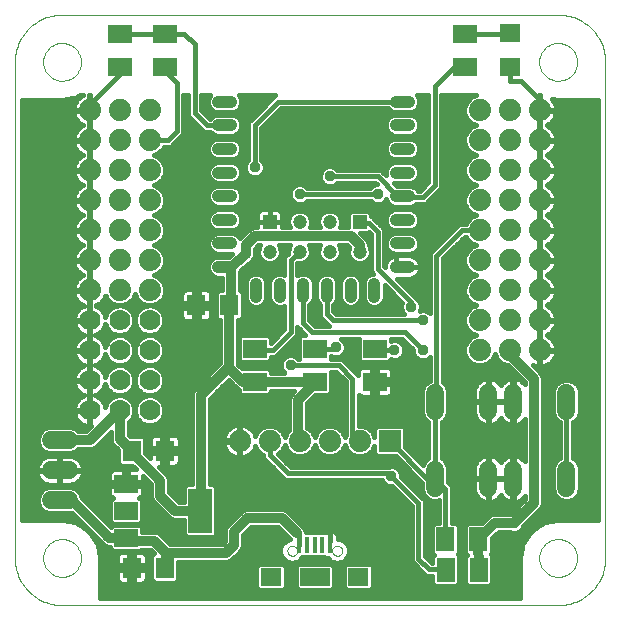
<source format=gtl>
G75*
%MOIN*%
%OFA0B0*%
%FSLAX24Y24*%
%IPPOS*%
%LPD*%
%AMOC8*
5,1,8,0,0,1.08239X$1,22.5*
%
%ADD10R,0.0787X0.0591*%
%ADD11R,0.0787X0.1496*%
%ADD12R,0.0630X0.0709*%
%ADD13R,0.0740X0.0740*%
%ADD14C,0.0740*%
%ADD15C,0.0600*%
%ADD16R,0.0630X0.0787*%
%ADD17R,0.0472X0.0472*%
%ADD18C,0.0472*%
%ADD19R,0.0787X0.0630*%
%ADD20R,0.0710X0.0630*%
%ADD21C,0.0416*%
%ADD22C,0.0000*%
%ADD23C,0.0700*%
%ADD24R,0.0157X0.0551*%
%ADD25R,0.0709X0.0591*%
%ADD26R,0.0984X0.0591*%
%ADD27C,0.0160*%
%ADD28C,0.0320*%
%ADD29C,0.0376*%
D10*
X009322Y005660D03*
X009322Y006566D03*
X009322Y007471D03*
D11*
X011802Y006566D03*
D12*
X010613Y004666D03*
X009511Y004666D03*
X009511Y008566D03*
X010613Y008566D03*
X011661Y013416D03*
X012763Y013416D03*
D13*
X018112Y008886D03*
D14*
X017112Y008886D03*
X016112Y008886D03*
X015112Y008886D03*
X014112Y008886D03*
X013112Y008886D03*
X010112Y013916D03*
X010112Y014916D03*
X009112Y014916D03*
X008112Y014916D03*
X008112Y013916D03*
X009112Y013916D03*
X009112Y015916D03*
X010112Y015916D03*
X010112Y016916D03*
X010112Y017916D03*
X009112Y017916D03*
X008112Y017916D03*
X008112Y016916D03*
X009112Y016916D03*
X008112Y015916D03*
X008112Y018916D03*
X008112Y019916D03*
X009112Y019916D03*
X010112Y019916D03*
X010112Y018916D03*
X009112Y018916D03*
X021112Y018916D03*
X021112Y019916D03*
X022112Y019916D03*
X023112Y019916D03*
X023112Y018916D03*
X022112Y018916D03*
X022112Y017916D03*
X023112Y017916D03*
X023112Y016916D03*
X022112Y016916D03*
X021112Y016916D03*
X021112Y017916D03*
X021112Y015916D03*
X022112Y015916D03*
X023112Y015916D03*
X023112Y014916D03*
X022112Y014916D03*
X022112Y013916D03*
X023112Y013916D03*
X023112Y012916D03*
X022112Y012916D03*
X022112Y011916D03*
X023112Y011916D03*
X021112Y011916D03*
X021112Y012916D03*
X021112Y013916D03*
X021112Y014916D03*
D15*
X021402Y010496D02*
X021402Y009896D01*
X022222Y009896D02*
X022222Y010496D01*
X024002Y010496D02*
X024002Y009896D01*
X024002Y007936D02*
X024002Y007336D01*
X022222Y007336D02*
X022222Y007936D01*
X021402Y007936D02*
X021402Y007336D01*
X019622Y007336D02*
X019622Y007936D01*
X019622Y009896D02*
X019622Y010496D01*
X007412Y008916D02*
X006812Y008916D01*
X006812Y007916D02*
X007412Y007916D01*
X007412Y006916D02*
X006812Y006916D01*
D16*
X019961Y005616D03*
X019979Y004603D03*
X021081Y004603D03*
X021063Y005616D03*
D17*
X017106Y016196D03*
X014106Y016196D03*
D18*
X014106Y015196D03*
X015106Y015196D03*
X016106Y015196D03*
X017106Y015196D03*
X016106Y016196D03*
X015106Y016196D03*
D19*
X015612Y011967D03*
X015612Y010864D03*
X013612Y010864D03*
X013612Y011967D03*
X017612Y011967D03*
X017612Y010864D03*
X020612Y021364D03*
X020612Y022467D03*
X010612Y022467D03*
X010612Y021364D03*
X009112Y021364D03*
X009112Y022467D03*
D20*
X022112Y022475D03*
X022112Y021356D03*
D21*
X018744Y020199D02*
X018328Y020199D01*
X018328Y019412D02*
X018744Y019412D01*
X018744Y018624D02*
X018328Y018624D01*
X018328Y017837D02*
X018744Y017837D01*
X018744Y017049D02*
X018328Y017049D01*
X018328Y016262D02*
X018744Y016262D01*
X018744Y015475D02*
X018328Y015475D01*
X018328Y014687D02*
X018744Y014687D01*
X017590Y014120D02*
X017590Y013705D01*
X016803Y013705D02*
X016803Y014120D01*
X016015Y014120D02*
X016015Y013705D01*
X015228Y013705D02*
X015228Y014120D01*
X014441Y014120D02*
X014441Y013705D01*
X013653Y013705D02*
X013653Y014120D01*
X012817Y014687D02*
X012401Y014687D01*
X012401Y015475D02*
X012817Y015475D01*
X012817Y016262D02*
X012401Y016262D01*
X012401Y017049D02*
X012817Y017049D01*
X012817Y017837D02*
X012401Y017837D01*
X012401Y018624D02*
X012817Y018624D01*
X012817Y019412D02*
X012401Y019412D01*
X012401Y020199D02*
X012817Y020199D01*
D22*
X005612Y021526D02*
X005612Y004990D01*
X006557Y004990D02*
X006559Y005040D01*
X006565Y005090D01*
X006575Y005139D01*
X006589Y005187D01*
X006606Y005234D01*
X006627Y005279D01*
X006652Y005323D01*
X006680Y005364D01*
X006712Y005403D01*
X006746Y005440D01*
X006783Y005474D01*
X006823Y005504D01*
X006865Y005531D01*
X006909Y005555D01*
X006955Y005576D01*
X007002Y005592D01*
X007050Y005605D01*
X007100Y005614D01*
X007149Y005619D01*
X007200Y005620D01*
X007250Y005617D01*
X007299Y005610D01*
X007348Y005599D01*
X007396Y005584D01*
X007442Y005566D01*
X007487Y005544D01*
X007530Y005518D01*
X007571Y005489D01*
X007610Y005457D01*
X007646Y005422D01*
X007678Y005384D01*
X007708Y005344D01*
X007735Y005301D01*
X007758Y005257D01*
X007777Y005211D01*
X007793Y005163D01*
X007805Y005114D01*
X007813Y005065D01*
X007817Y005015D01*
X007817Y004965D01*
X007813Y004915D01*
X007805Y004866D01*
X007793Y004817D01*
X007777Y004769D01*
X007758Y004723D01*
X007735Y004679D01*
X007708Y004636D01*
X007678Y004596D01*
X007646Y004558D01*
X007610Y004523D01*
X007571Y004491D01*
X007530Y004462D01*
X007487Y004436D01*
X007442Y004414D01*
X007396Y004396D01*
X007348Y004381D01*
X007299Y004370D01*
X007250Y004363D01*
X007200Y004360D01*
X007149Y004361D01*
X007100Y004366D01*
X007050Y004375D01*
X007002Y004388D01*
X006955Y004404D01*
X006909Y004425D01*
X006865Y004449D01*
X006823Y004476D01*
X006783Y004506D01*
X006746Y004540D01*
X006712Y004577D01*
X006680Y004616D01*
X006652Y004657D01*
X006627Y004701D01*
X006606Y004746D01*
X006589Y004793D01*
X006575Y004841D01*
X006565Y004890D01*
X006559Y004940D01*
X006557Y004990D01*
X005612Y004990D02*
X005614Y004913D01*
X005620Y004836D01*
X005629Y004759D01*
X005642Y004683D01*
X005659Y004607D01*
X005680Y004533D01*
X005704Y004459D01*
X005732Y004387D01*
X005763Y004317D01*
X005798Y004248D01*
X005836Y004180D01*
X005877Y004115D01*
X005922Y004052D01*
X005970Y003991D01*
X006020Y003932D01*
X006073Y003876D01*
X006129Y003823D01*
X006188Y003773D01*
X006249Y003725D01*
X006312Y003680D01*
X006377Y003639D01*
X006445Y003601D01*
X006514Y003566D01*
X006584Y003535D01*
X006656Y003507D01*
X006730Y003483D01*
X006804Y003462D01*
X006880Y003445D01*
X006956Y003432D01*
X007033Y003423D01*
X007110Y003417D01*
X007187Y003415D01*
X007187Y003416D02*
X023722Y003416D01*
X023092Y004990D02*
X023094Y005040D01*
X023100Y005090D01*
X023110Y005139D01*
X023124Y005187D01*
X023141Y005234D01*
X023162Y005279D01*
X023187Y005323D01*
X023215Y005364D01*
X023247Y005403D01*
X023281Y005440D01*
X023318Y005474D01*
X023358Y005504D01*
X023400Y005531D01*
X023444Y005555D01*
X023490Y005576D01*
X023537Y005592D01*
X023585Y005605D01*
X023635Y005614D01*
X023684Y005619D01*
X023735Y005620D01*
X023785Y005617D01*
X023834Y005610D01*
X023883Y005599D01*
X023931Y005584D01*
X023977Y005566D01*
X024022Y005544D01*
X024065Y005518D01*
X024106Y005489D01*
X024145Y005457D01*
X024181Y005422D01*
X024213Y005384D01*
X024243Y005344D01*
X024270Y005301D01*
X024293Y005257D01*
X024312Y005211D01*
X024328Y005163D01*
X024340Y005114D01*
X024348Y005065D01*
X024352Y005015D01*
X024352Y004965D01*
X024348Y004915D01*
X024340Y004866D01*
X024328Y004817D01*
X024312Y004769D01*
X024293Y004723D01*
X024270Y004679D01*
X024243Y004636D01*
X024213Y004596D01*
X024181Y004558D01*
X024145Y004523D01*
X024106Y004491D01*
X024065Y004462D01*
X024022Y004436D01*
X023977Y004414D01*
X023931Y004396D01*
X023883Y004381D01*
X023834Y004370D01*
X023785Y004363D01*
X023735Y004360D01*
X023684Y004361D01*
X023635Y004366D01*
X023585Y004375D01*
X023537Y004388D01*
X023490Y004404D01*
X023444Y004425D01*
X023400Y004449D01*
X023358Y004476D01*
X023318Y004506D01*
X023281Y004540D01*
X023247Y004577D01*
X023215Y004616D01*
X023187Y004657D01*
X023162Y004701D01*
X023141Y004746D01*
X023124Y004793D01*
X023110Y004841D01*
X023100Y004890D01*
X023094Y004940D01*
X023092Y004990D01*
X023722Y003415D02*
X023799Y003417D01*
X023876Y003423D01*
X023953Y003432D01*
X024029Y003445D01*
X024105Y003462D01*
X024179Y003483D01*
X024253Y003507D01*
X024325Y003535D01*
X024395Y003566D01*
X024464Y003601D01*
X024532Y003639D01*
X024597Y003680D01*
X024660Y003725D01*
X024721Y003773D01*
X024780Y003823D01*
X024836Y003876D01*
X024889Y003932D01*
X024939Y003991D01*
X024987Y004052D01*
X025032Y004115D01*
X025073Y004180D01*
X025111Y004248D01*
X025146Y004317D01*
X025177Y004387D01*
X025205Y004459D01*
X025229Y004533D01*
X025250Y004607D01*
X025267Y004683D01*
X025280Y004759D01*
X025289Y004836D01*
X025295Y004913D01*
X025297Y004990D01*
X025297Y021526D01*
X023092Y021526D02*
X023094Y021576D01*
X023100Y021626D01*
X023110Y021675D01*
X023124Y021723D01*
X023141Y021770D01*
X023162Y021815D01*
X023187Y021859D01*
X023215Y021900D01*
X023247Y021939D01*
X023281Y021976D01*
X023318Y022010D01*
X023358Y022040D01*
X023400Y022067D01*
X023444Y022091D01*
X023490Y022112D01*
X023537Y022128D01*
X023585Y022141D01*
X023635Y022150D01*
X023684Y022155D01*
X023735Y022156D01*
X023785Y022153D01*
X023834Y022146D01*
X023883Y022135D01*
X023931Y022120D01*
X023977Y022102D01*
X024022Y022080D01*
X024065Y022054D01*
X024106Y022025D01*
X024145Y021993D01*
X024181Y021958D01*
X024213Y021920D01*
X024243Y021880D01*
X024270Y021837D01*
X024293Y021793D01*
X024312Y021747D01*
X024328Y021699D01*
X024340Y021650D01*
X024348Y021601D01*
X024352Y021551D01*
X024352Y021501D01*
X024348Y021451D01*
X024340Y021402D01*
X024328Y021353D01*
X024312Y021305D01*
X024293Y021259D01*
X024270Y021215D01*
X024243Y021172D01*
X024213Y021132D01*
X024181Y021094D01*
X024145Y021059D01*
X024106Y021027D01*
X024065Y020998D01*
X024022Y020972D01*
X023977Y020950D01*
X023931Y020932D01*
X023883Y020917D01*
X023834Y020906D01*
X023785Y020899D01*
X023735Y020896D01*
X023684Y020897D01*
X023635Y020902D01*
X023585Y020911D01*
X023537Y020924D01*
X023490Y020940D01*
X023444Y020961D01*
X023400Y020985D01*
X023358Y021012D01*
X023318Y021042D01*
X023281Y021076D01*
X023247Y021113D01*
X023215Y021152D01*
X023187Y021193D01*
X023162Y021237D01*
X023141Y021282D01*
X023124Y021329D01*
X023110Y021377D01*
X023100Y021426D01*
X023094Y021476D01*
X023092Y021526D01*
X023722Y023101D02*
X023799Y023099D01*
X023876Y023093D01*
X023953Y023084D01*
X024029Y023071D01*
X024105Y023054D01*
X024179Y023033D01*
X024253Y023009D01*
X024325Y022981D01*
X024395Y022950D01*
X024464Y022915D01*
X024532Y022877D01*
X024597Y022836D01*
X024660Y022791D01*
X024721Y022743D01*
X024780Y022693D01*
X024836Y022640D01*
X024889Y022584D01*
X024939Y022525D01*
X024987Y022464D01*
X025032Y022401D01*
X025073Y022336D01*
X025111Y022268D01*
X025146Y022199D01*
X025177Y022129D01*
X025205Y022057D01*
X025229Y021983D01*
X025250Y021909D01*
X025267Y021833D01*
X025280Y021757D01*
X025289Y021680D01*
X025295Y021603D01*
X025297Y021526D01*
X023722Y023101D02*
X007187Y023101D01*
X006557Y021526D02*
X006559Y021576D01*
X006565Y021626D01*
X006575Y021675D01*
X006589Y021723D01*
X006606Y021770D01*
X006627Y021815D01*
X006652Y021859D01*
X006680Y021900D01*
X006712Y021939D01*
X006746Y021976D01*
X006783Y022010D01*
X006823Y022040D01*
X006865Y022067D01*
X006909Y022091D01*
X006955Y022112D01*
X007002Y022128D01*
X007050Y022141D01*
X007100Y022150D01*
X007149Y022155D01*
X007200Y022156D01*
X007250Y022153D01*
X007299Y022146D01*
X007348Y022135D01*
X007396Y022120D01*
X007442Y022102D01*
X007487Y022080D01*
X007530Y022054D01*
X007571Y022025D01*
X007610Y021993D01*
X007646Y021958D01*
X007678Y021920D01*
X007708Y021880D01*
X007735Y021837D01*
X007758Y021793D01*
X007777Y021747D01*
X007793Y021699D01*
X007805Y021650D01*
X007813Y021601D01*
X007817Y021551D01*
X007817Y021501D01*
X007813Y021451D01*
X007805Y021402D01*
X007793Y021353D01*
X007777Y021305D01*
X007758Y021259D01*
X007735Y021215D01*
X007708Y021172D01*
X007678Y021132D01*
X007646Y021094D01*
X007610Y021059D01*
X007571Y021027D01*
X007530Y020998D01*
X007487Y020972D01*
X007442Y020950D01*
X007396Y020932D01*
X007348Y020917D01*
X007299Y020906D01*
X007250Y020899D01*
X007200Y020896D01*
X007149Y020897D01*
X007100Y020902D01*
X007050Y020911D01*
X007002Y020924D01*
X006955Y020940D01*
X006909Y020961D01*
X006865Y020985D01*
X006823Y021012D01*
X006783Y021042D01*
X006746Y021076D01*
X006712Y021113D01*
X006680Y021152D01*
X006652Y021193D01*
X006627Y021237D01*
X006606Y021282D01*
X006589Y021329D01*
X006575Y021377D01*
X006565Y021426D01*
X006559Y021476D01*
X006557Y021526D01*
X005612Y021526D02*
X005614Y021603D01*
X005620Y021680D01*
X005629Y021757D01*
X005642Y021833D01*
X005659Y021909D01*
X005680Y021983D01*
X005704Y022057D01*
X005732Y022129D01*
X005763Y022199D01*
X005798Y022268D01*
X005836Y022336D01*
X005877Y022401D01*
X005922Y022464D01*
X005970Y022525D01*
X006020Y022584D01*
X006073Y022640D01*
X006129Y022693D01*
X006188Y022743D01*
X006249Y022791D01*
X006312Y022836D01*
X006377Y022877D01*
X006445Y022915D01*
X006514Y022950D01*
X006584Y022981D01*
X006656Y023009D01*
X006730Y023033D01*
X006804Y023054D01*
X006880Y023071D01*
X006956Y023084D01*
X007033Y023093D01*
X007110Y023099D01*
X007187Y023101D01*
X014697Y005232D02*
X014699Y005257D01*
X014705Y005282D01*
X014714Y005306D01*
X014727Y005328D01*
X014744Y005348D01*
X014763Y005365D01*
X014784Y005379D01*
X014808Y005389D01*
X014832Y005396D01*
X014858Y005399D01*
X014883Y005398D01*
X014908Y005393D01*
X014932Y005384D01*
X014955Y005372D01*
X014975Y005357D01*
X014993Y005338D01*
X015008Y005317D01*
X015019Y005294D01*
X015027Y005270D01*
X015031Y005245D01*
X015031Y005219D01*
X015027Y005194D01*
X015019Y005170D01*
X015008Y005147D01*
X014993Y005126D01*
X014975Y005107D01*
X014955Y005092D01*
X014932Y005080D01*
X014908Y005071D01*
X014883Y005066D01*
X014858Y005065D01*
X014832Y005068D01*
X014808Y005075D01*
X014784Y005085D01*
X014763Y005099D01*
X014744Y005116D01*
X014727Y005136D01*
X014714Y005158D01*
X014705Y005182D01*
X014699Y005207D01*
X014697Y005232D01*
X016193Y005232D02*
X016195Y005257D01*
X016201Y005282D01*
X016210Y005306D01*
X016223Y005328D01*
X016240Y005348D01*
X016259Y005365D01*
X016280Y005379D01*
X016304Y005389D01*
X016328Y005396D01*
X016354Y005399D01*
X016379Y005398D01*
X016404Y005393D01*
X016428Y005384D01*
X016451Y005372D01*
X016471Y005357D01*
X016489Y005338D01*
X016504Y005317D01*
X016515Y005294D01*
X016523Y005270D01*
X016527Y005245D01*
X016527Y005219D01*
X016523Y005194D01*
X016515Y005170D01*
X016504Y005147D01*
X016489Y005126D01*
X016471Y005107D01*
X016451Y005092D01*
X016428Y005080D01*
X016404Y005071D01*
X016379Y005066D01*
X016354Y005065D01*
X016328Y005068D01*
X016304Y005075D01*
X016280Y005085D01*
X016259Y005099D01*
X016240Y005116D01*
X016223Y005136D01*
X016210Y005158D01*
X016201Y005182D01*
X016195Y005207D01*
X016193Y005232D01*
D23*
X010112Y009916D03*
X009112Y009916D03*
X008112Y009916D03*
X008112Y010916D03*
X009112Y010916D03*
X010112Y010916D03*
X010112Y011916D03*
X010112Y012916D03*
X009112Y012916D03*
X008112Y012916D03*
X008112Y011916D03*
X009112Y011916D03*
D24*
X015100Y005429D03*
X015356Y005429D03*
X015612Y005429D03*
X015868Y005429D03*
X016124Y005429D03*
D25*
X017069Y004366D03*
X014155Y004366D03*
D26*
X015612Y004366D03*
D27*
X015062Y003930D02*
X016162Y003930D01*
X016244Y004012D01*
X016244Y004719D01*
X016162Y004801D01*
X015062Y004801D01*
X014980Y004719D01*
X014980Y004012D01*
X015062Y003930D01*
X014980Y004050D02*
X014649Y004050D01*
X014649Y004012D02*
X014649Y004719D01*
X014567Y004801D01*
X013743Y004801D01*
X013661Y004719D01*
X013661Y004012D01*
X013743Y003930D01*
X014567Y003930D01*
X014649Y004012D01*
X014649Y004208D02*
X014980Y004208D01*
X014980Y004367D02*
X014649Y004367D01*
X014649Y004525D02*
X014980Y004525D01*
X014980Y004684D02*
X014649Y004684D01*
X014766Y004842D02*
X011068Y004842D01*
X011068Y004866D02*
X012721Y004866D01*
X012832Y004911D01*
X013082Y005161D01*
X013166Y005246D01*
X013212Y005356D01*
X013212Y005741D01*
X013486Y006016D01*
X014388Y006016D01*
X014777Y005626D01*
X014639Y005569D01*
X014527Y005457D01*
X014466Y005311D01*
X014466Y005153D01*
X014527Y005007D01*
X014639Y004895D01*
X014785Y004834D01*
X014943Y004834D01*
X015089Y004895D01*
X015201Y005007D01*
X015203Y005013D01*
X015930Y005013D01*
X015934Y005009D01*
X015975Y004985D01*
X016021Y004973D01*
X016057Y004973D01*
X016135Y004895D01*
X016281Y004834D01*
X016439Y004834D01*
X016585Y004895D01*
X016697Y005007D01*
X016757Y005153D01*
X016757Y005311D01*
X016697Y005457D01*
X016585Y005569D01*
X016439Y005629D01*
X016382Y005629D01*
X016382Y005728D01*
X016370Y005774D01*
X016346Y005815D01*
X016313Y005848D01*
X016272Y005872D01*
X016226Y005884D01*
X016124Y005884D01*
X016124Y005557D01*
X016124Y005884D01*
X016021Y005884D01*
X015975Y005872D01*
X015934Y005848D01*
X015930Y005844D01*
X015320Y005844D01*
X015320Y005869D01*
X015311Y005878D01*
X015266Y005986D01*
X014682Y006570D01*
X014571Y006616D01*
X013302Y006616D01*
X013192Y006570D01*
X013107Y006486D01*
X012657Y006036D01*
X012612Y005925D01*
X012612Y005540D01*
X012538Y005466D01*
X010786Y005466D01*
X010432Y005820D01*
X010321Y005866D01*
X009855Y005866D01*
X009855Y006013D01*
X009773Y006095D01*
X008870Y006095D01*
X008813Y006039D01*
X007852Y007000D01*
X007852Y007003D01*
X007785Y007165D01*
X007661Y007289D01*
X007499Y007356D01*
X006724Y007356D01*
X006563Y007289D01*
X006439Y007165D01*
X006372Y007003D01*
X006372Y006828D01*
X006439Y006666D01*
X006563Y006543D01*
X006724Y006476D01*
X007499Y006476D01*
X007519Y006484D01*
X008507Y005496D01*
X008592Y005411D01*
X008702Y005366D01*
X008788Y005366D01*
X008788Y005307D01*
X008870Y005225D01*
X009773Y005225D01*
X009814Y005266D01*
X010138Y005266D01*
X010243Y005160D01*
X010240Y005160D01*
X010158Y005078D01*
X010158Y004253D01*
X010240Y004171D01*
X010986Y004171D01*
X011068Y004253D01*
X011068Y004866D01*
X011068Y004684D02*
X013661Y004684D01*
X013661Y004525D02*
X011068Y004525D01*
X011068Y004367D02*
X013661Y004367D01*
X013661Y004208D02*
X011023Y004208D01*
X010662Y004614D02*
X010613Y004666D01*
X010158Y004684D02*
X009588Y004684D01*
X009588Y004743D02*
X009588Y004588D01*
X009588Y004131D01*
X009849Y004131D01*
X009895Y004144D01*
X009936Y004167D01*
X009970Y004201D01*
X009993Y004242D01*
X010006Y004288D01*
X010006Y004588D01*
X009588Y004588D01*
X009433Y004588D01*
X009433Y004131D01*
X009172Y004131D01*
X009126Y004144D01*
X009085Y004167D01*
X009052Y004201D01*
X009028Y004242D01*
X009016Y004288D01*
X009016Y004588D01*
X009433Y004588D01*
X009433Y004743D01*
X009016Y004743D01*
X009016Y005044D01*
X009028Y005089D01*
X009052Y005130D01*
X009085Y005164D01*
X009126Y005188D01*
X009172Y005200D01*
X009433Y005200D01*
X009433Y004743D01*
X009588Y004743D01*
X009588Y005200D01*
X009849Y005200D01*
X009895Y005188D01*
X009936Y005164D01*
X009970Y005130D01*
X009993Y005089D01*
X010006Y005044D01*
X010006Y004743D01*
X009588Y004743D01*
X009588Y004842D02*
X009433Y004842D01*
X009433Y004684D02*
X008448Y004684D01*
X008448Y004842D02*
X009016Y004842D01*
X009016Y005001D02*
X008448Y005001D01*
X008448Y004993D02*
X008448Y005024D01*
X008445Y005026D01*
X008437Y005138D01*
X008441Y005143D01*
X008435Y005170D01*
X008433Y005197D01*
X008428Y005202D01*
X008404Y005314D01*
X008406Y005320D01*
X008397Y005346D01*
X008391Y005373D01*
X008386Y005376D01*
X008345Y005484D01*
X008347Y005490D01*
X008334Y005514D01*
X008324Y005540D01*
X008318Y005543D01*
X008263Y005644D01*
X008264Y005650D01*
X008248Y005672D01*
X008235Y005696D01*
X008228Y005698D01*
X008159Y005791D01*
X008159Y005797D01*
X008140Y005816D01*
X008123Y005838D01*
X008117Y005839D01*
X008035Y005921D01*
X008035Y005927D01*
X008013Y005944D01*
X007993Y005963D01*
X007987Y005963D01*
X007894Y006032D01*
X007893Y006038D01*
X007869Y006051D01*
X007847Y006068D01*
X007840Y006067D01*
X007739Y006122D01*
X007736Y006128D01*
X007711Y006138D01*
X007687Y006151D01*
X007680Y006149D01*
X007572Y006189D01*
X007569Y006195D01*
X007542Y006201D01*
X007516Y006210D01*
X007510Y006208D01*
X007398Y006232D01*
X007393Y006237D01*
X007366Y006239D01*
X007339Y006245D01*
X007334Y006241D01*
X007222Y006249D01*
X007220Y006252D01*
X007189Y006252D01*
X007159Y006254D01*
X007157Y006252D01*
X005842Y006252D01*
X005842Y020265D01*
X007157Y020265D01*
X007159Y020263D01*
X007189Y020265D01*
X007220Y020265D01*
X007222Y020267D01*
X007334Y020275D01*
X007339Y020272D01*
X007366Y020277D01*
X007393Y020279D01*
X007398Y020284D01*
X007510Y020309D01*
X007516Y020306D01*
X007542Y020316D01*
X007569Y020321D01*
X007572Y020327D01*
X007680Y020367D01*
X007687Y020365D01*
X007711Y020379D01*
X007736Y020388D01*
X007739Y020394D01*
X007779Y020416D01*
X007882Y020416D01*
X007824Y020386D01*
X007754Y020335D01*
X007692Y020274D01*
X007641Y020204D01*
X007602Y020127D01*
X007575Y020044D01*
X007562Y019959D01*
X007562Y019936D01*
X008092Y019936D01*
X008092Y020416D01*
X008132Y020416D01*
X008132Y019936D01*
X008092Y019936D01*
X008092Y019896D01*
X007562Y019896D01*
X007562Y019872D01*
X007575Y019787D01*
X007602Y019704D01*
X007641Y019627D01*
X007692Y019557D01*
X007754Y019496D01*
X007824Y019445D01*
X007882Y019416D01*
X007824Y019386D01*
X007754Y019335D01*
X007692Y019274D01*
X007641Y019204D01*
X007602Y019127D01*
X007575Y019044D01*
X007562Y018959D01*
X007562Y018936D01*
X008092Y018936D01*
X008092Y019896D01*
X008132Y019896D01*
X008132Y019366D01*
X008132Y018936D01*
X008092Y018936D01*
X008092Y018896D01*
X007562Y018896D01*
X007562Y018872D01*
X007575Y018787D01*
X007602Y018704D01*
X007641Y018627D01*
X007692Y018557D01*
X007754Y018496D01*
X007824Y018445D01*
X007882Y018416D01*
X007824Y018386D01*
X007754Y018335D01*
X007692Y018274D01*
X007641Y018204D01*
X007602Y018127D01*
X007575Y018044D01*
X007562Y017959D01*
X007562Y017936D01*
X008092Y017936D01*
X008092Y018896D01*
X008132Y018896D01*
X008132Y018466D01*
X008132Y017936D01*
X008092Y017936D01*
X008092Y017896D01*
X007562Y017896D01*
X007562Y017872D01*
X007575Y017787D01*
X007602Y017704D01*
X007641Y017627D01*
X007692Y017557D01*
X007754Y017496D01*
X007824Y017445D01*
X007882Y017416D01*
X007824Y017386D01*
X007754Y017335D01*
X007692Y017274D01*
X007641Y017204D01*
X007602Y017127D01*
X007575Y017044D01*
X007562Y016959D01*
X007562Y016936D01*
X008092Y016936D01*
X008092Y017896D01*
X008132Y017896D01*
X008132Y017366D01*
X008132Y016936D01*
X008092Y016936D01*
X008092Y016896D01*
X007562Y016896D01*
X007562Y016872D01*
X007575Y016787D01*
X007602Y016704D01*
X007641Y016627D01*
X007692Y016557D01*
X007754Y016496D01*
X007824Y016445D01*
X007882Y016416D01*
X007824Y016386D01*
X007754Y016335D01*
X007692Y016274D01*
X007641Y016204D01*
X007602Y016127D01*
X007575Y016044D01*
X007562Y015959D01*
X007562Y015936D01*
X008092Y015936D01*
X008092Y016896D01*
X008132Y016896D01*
X008132Y016366D01*
X008132Y015936D01*
X008092Y015936D01*
X008092Y015896D01*
X007562Y015896D01*
X007562Y015872D01*
X007575Y015787D01*
X007602Y015704D01*
X007641Y015627D01*
X007692Y015557D01*
X007754Y015496D01*
X007824Y015445D01*
X007882Y015416D01*
X007824Y015386D01*
X007754Y015335D01*
X007692Y015274D01*
X007641Y015204D01*
X007602Y015127D01*
X007575Y015044D01*
X007562Y014959D01*
X007562Y014936D01*
X008092Y014936D01*
X008092Y015896D01*
X008132Y015896D01*
X008132Y015366D01*
X008132Y014936D01*
X008092Y014936D01*
X008092Y014896D01*
X007562Y014896D01*
X007562Y014872D01*
X007575Y014787D01*
X007602Y014704D01*
X007641Y014627D01*
X007692Y014557D01*
X007754Y014496D01*
X007824Y014445D01*
X007882Y014416D01*
X007824Y014386D01*
X007754Y014335D01*
X007692Y014274D01*
X007641Y014204D01*
X007602Y014127D01*
X007575Y014044D01*
X007562Y013959D01*
X007562Y013936D01*
X008092Y013936D01*
X008092Y014896D01*
X008132Y014896D01*
X008132Y014366D01*
X008132Y013936D01*
X008092Y013936D01*
X008092Y013896D01*
X007562Y013896D01*
X007562Y013872D01*
X007575Y013787D01*
X007602Y013704D01*
X007641Y013627D01*
X007692Y013557D01*
X007754Y013496D01*
X007824Y013445D01*
X007901Y013406D01*
X007904Y013405D01*
X007834Y013369D01*
X007767Y013320D01*
X007708Y013261D01*
X007659Y013193D01*
X007621Y013119D01*
X007595Y013040D01*
X007582Y012957D01*
X007582Y012936D01*
X008092Y012936D01*
X008092Y013446D01*
X008092Y013896D01*
X008132Y013896D01*
X008132Y012936D01*
X008092Y012936D01*
X008092Y012896D01*
X007582Y012896D01*
X007582Y012874D01*
X007595Y012792D01*
X007621Y012712D01*
X007659Y012638D01*
X007708Y012570D01*
X007767Y012511D01*
X007834Y012462D01*
X007908Y012424D01*
X007936Y012416D01*
X007908Y012407D01*
X007834Y012369D01*
X007767Y012320D01*
X007708Y012261D01*
X007659Y012193D01*
X007621Y012119D01*
X007595Y012040D01*
X007582Y011957D01*
X007582Y011936D01*
X008092Y011936D01*
X008092Y012896D01*
X008132Y012896D01*
X008132Y012386D01*
X008132Y011936D01*
X008092Y011936D01*
X008092Y011896D01*
X007582Y011896D01*
X007582Y011874D01*
X007595Y011792D01*
X007621Y011712D01*
X007659Y011638D01*
X007708Y011570D01*
X007767Y011511D01*
X007834Y011462D01*
X007908Y011424D01*
X007936Y011416D01*
X007908Y011407D01*
X007834Y011369D01*
X007767Y011320D01*
X007708Y011261D01*
X007659Y011193D01*
X007621Y011119D01*
X007595Y011040D01*
X007582Y010957D01*
X007582Y010936D01*
X008092Y010936D01*
X008092Y011896D01*
X008132Y011896D01*
X008132Y011386D01*
X008132Y010936D01*
X008092Y010936D01*
X008092Y010896D01*
X007582Y010896D01*
X007582Y010874D01*
X007595Y010792D01*
X007621Y010712D01*
X007659Y010638D01*
X007708Y010570D01*
X007767Y010511D01*
X007834Y010462D01*
X007908Y010424D01*
X007936Y010416D01*
X007908Y010407D01*
X007834Y010369D01*
X007767Y010320D01*
X007708Y010261D01*
X007659Y010193D01*
X007621Y010119D01*
X007595Y010040D01*
X007582Y009957D01*
X007582Y009936D01*
X008092Y009936D01*
X008092Y010896D01*
X008132Y010896D01*
X008132Y010386D01*
X008132Y009936D01*
X008092Y009936D01*
X008092Y009896D01*
X007582Y009896D01*
X007582Y009874D01*
X007595Y009792D01*
X007621Y009712D01*
X007659Y009638D01*
X007708Y009570D01*
X007767Y009511D01*
X007834Y009462D01*
X007908Y009424D01*
X007988Y009399D01*
X008070Y009386D01*
X008092Y009386D01*
X008092Y009896D01*
X008132Y009896D01*
X008132Y009386D01*
X008154Y009386D01*
X008158Y009386D01*
X007988Y009216D01*
X007734Y009216D01*
X007661Y009289D01*
X007499Y009356D01*
X006724Y009356D01*
X006563Y009289D01*
X006439Y009165D01*
X006372Y009003D01*
X006372Y008828D01*
X006439Y008666D01*
X006563Y008543D01*
X006724Y008476D01*
X007499Y008476D01*
X007661Y008543D01*
X007734Y008616D01*
X008171Y008616D01*
X008282Y008661D01*
X008812Y009191D01*
X008812Y008905D01*
X008857Y008794D01*
X009056Y008596D01*
X009056Y008153D01*
X009138Y008071D01*
X009532Y008071D01*
X009657Y007946D01*
X009389Y007946D01*
X009389Y007539D01*
X009254Y007539D01*
X009254Y007946D01*
X008904Y007946D01*
X008858Y007934D01*
X008817Y007910D01*
X008784Y007877D01*
X008760Y007836D01*
X008748Y007790D01*
X008748Y007539D01*
X009254Y007539D01*
X009254Y007403D01*
X008748Y007403D01*
X008748Y007152D01*
X008760Y007106D01*
X008784Y007065D01*
X008817Y007032D01*
X008858Y007008D01*
X008885Y007001D01*
X008870Y007001D01*
X008788Y006919D01*
X008788Y006212D01*
X008870Y006130D01*
X009773Y006130D01*
X009855Y006212D01*
X009855Y006919D01*
X009773Y007001D01*
X009758Y007001D01*
X009785Y007008D01*
X009826Y007032D01*
X009859Y007065D01*
X009883Y007106D01*
X009895Y007152D01*
X009895Y007403D01*
X009389Y007403D01*
X009389Y007539D01*
X009895Y007539D01*
X009895Y007708D01*
X010162Y007441D01*
X010162Y007006D01*
X010207Y006896D01*
X010707Y006396D01*
X010792Y006311D01*
X010902Y006266D01*
X011268Y006266D01*
X011268Y005760D01*
X011350Y005678D01*
X012254Y005678D01*
X012336Y005760D01*
X012336Y007372D01*
X012254Y007454D01*
X012112Y007454D01*
X012112Y010291D01*
X012737Y010916D01*
X012957Y010696D01*
X013042Y010611D01*
X013078Y010596D01*
X013078Y010491D01*
X013160Y010409D01*
X014064Y010409D01*
X014146Y010491D01*
X014146Y010564D01*
X014936Y010564D01*
X014892Y010520D01*
X014892Y010520D01*
X014807Y010436D01*
X014762Y010325D01*
X014762Y009257D01*
X014679Y009175D01*
X014612Y009011D01*
X014544Y009175D01*
X014401Y009318D01*
X014213Y009396D01*
X014010Y009396D01*
X013823Y009318D01*
X013679Y009175D01*
X013633Y009062D01*
X013622Y009097D01*
X013582Y009174D01*
X013531Y009244D01*
X013470Y009305D01*
X013400Y009356D01*
X013323Y009395D01*
X013241Y009422D01*
X013155Y009436D01*
X013132Y009436D01*
X013132Y008906D01*
X013092Y008906D01*
X013092Y009436D01*
X013069Y009436D01*
X012983Y009422D01*
X012901Y009395D01*
X012824Y009356D01*
X012754Y009305D01*
X012692Y009244D01*
X012641Y009174D01*
X012602Y009097D01*
X012575Y009014D01*
X012562Y008929D01*
X012562Y008906D01*
X013092Y008906D01*
X013092Y008866D01*
X012562Y008866D01*
X012562Y008842D01*
X012575Y008757D01*
X012602Y008674D01*
X012641Y008597D01*
X012692Y008527D01*
X012754Y008466D01*
X012824Y008415D01*
X012901Y008376D01*
X012983Y008349D01*
X013069Y008336D01*
X013092Y008336D01*
X013092Y008866D01*
X013132Y008866D01*
X013132Y008336D01*
X013155Y008336D01*
X013241Y008349D01*
X013323Y008376D01*
X013400Y008415D01*
X013470Y008466D01*
X013531Y008527D01*
X013582Y008597D01*
X013622Y008674D01*
X013633Y008709D01*
X013679Y008597D01*
X013823Y008453D01*
X013892Y008425D01*
X013892Y008324D01*
X014621Y007596D01*
X017856Y007596D01*
X017884Y007530D01*
X017976Y007437D01*
X018097Y007388D01*
X018179Y007388D01*
X018842Y006724D01*
X018842Y004874D01*
X019192Y004524D01*
X019321Y004396D01*
X019524Y004396D01*
X019524Y004151D01*
X019606Y004069D01*
X020352Y004069D01*
X020434Y004151D01*
X020434Y005055D01*
X020370Y005119D01*
X020416Y005164D01*
X020416Y006067D01*
X020334Y006149D01*
X020181Y006149D01*
X020181Y007388D01*
X020062Y007507D01*
X020062Y008023D01*
X019995Y008185D01*
X019871Y008309D01*
X019842Y008321D01*
X019842Y009510D01*
X019871Y009523D01*
X019995Y009646D01*
X020062Y009808D01*
X020062Y010583D01*
X019995Y010745D01*
X019882Y010858D01*
X019882Y014974D01*
X020603Y015696D01*
X020651Y015696D01*
X020679Y015627D01*
X020823Y015483D01*
X020986Y015416D01*
X020823Y015348D01*
X020679Y015205D01*
X020602Y015017D01*
X020602Y014814D01*
X020679Y014627D01*
X020823Y014483D01*
X020986Y014416D01*
X020823Y014348D01*
X020679Y014205D01*
X020602Y014017D01*
X020602Y013814D01*
X020679Y013627D01*
X020823Y013483D01*
X020986Y013416D01*
X020823Y013348D01*
X020679Y013205D01*
X020602Y013017D01*
X020602Y012814D01*
X020679Y012627D01*
X020823Y012483D01*
X020986Y012416D01*
X020823Y012348D01*
X020679Y012205D01*
X020602Y012017D01*
X020602Y011814D01*
X020679Y011627D01*
X020823Y011483D01*
X021010Y011406D01*
X021213Y011406D01*
X021401Y011483D01*
X021544Y011627D01*
X021612Y011790D01*
X021679Y011627D01*
X021823Y011483D01*
X022010Y011406D01*
X022048Y011406D01*
X022612Y010841D01*
X022612Y010775D01*
X022588Y010808D01*
X022535Y010862D01*
X022473Y010906D01*
X022406Y010940D01*
X022334Y010964D01*
X022260Y010976D01*
X022242Y010976D01*
X022242Y010216D01*
X022202Y010216D01*
X022202Y010976D01*
X022184Y010976D01*
X022109Y010964D01*
X022038Y010940D01*
X021970Y010906D01*
X021909Y010862D01*
X021856Y010808D01*
X021812Y010748D01*
X021768Y010808D01*
X021715Y010862D01*
X021653Y010906D01*
X021586Y010940D01*
X021514Y010964D01*
X021440Y010976D01*
X021422Y010976D01*
X021422Y010216D01*
X021382Y010216D01*
X021382Y010976D01*
X021364Y010976D01*
X021289Y010964D01*
X021218Y010940D01*
X021150Y010906D01*
X021089Y010862D01*
X021036Y010808D01*
X020991Y010747D01*
X020957Y010680D01*
X020934Y010608D01*
X020922Y010533D01*
X020922Y010216D01*
X021382Y010216D01*
X021382Y010176D01*
X020922Y010176D01*
X020922Y009858D01*
X020934Y009783D01*
X020957Y009711D01*
X020991Y009644D01*
X021036Y009583D01*
X021089Y009529D01*
X021150Y009485D01*
X021218Y009451D01*
X021289Y009427D01*
X021364Y009416D01*
X021382Y009416D01*
X021382Y010176D01*
X021422Y010176D01*
X021422Y010216D01*
X022202Y010216D01*
X022202Y010176D01*
X021882Y010176D01*
X021422Y010176D01*
X021422Y009416D01*
X021440Y009416D01*
X021514Y009427D01*
X021586Y009451D01*
X021653Y009485D01*
X021715Y009529D01*
X021768Y009583D01*
X021812Y009643D01*
X021856Y009583D01*
X021909Y009529D01*
X021970Y009485D01*
X022038Y009451D01*
X022109Y009427D01*
X022184Y009416D01*
X022202Y009416D01*
X022202Y010176D01*
X022242Y010176D01*
X022242Y009416D01*
X022260Y009416D01*
X022334Y009427D01*
X022406Y009451D01*
X022473Y009485D01*
X022535Y009529D01*
X022588Y009583D01*
X022612Y009616D01*
X022612Y008215D01*
X022588Y008248D01*
X022535Y008302D01*
X022473Y008346D01*
X022406Y008380D01*
X022334Y008404D01*
X022260Y008416D01*
X022242Y008416D01*
X022242Y007656D01*
X022202Y007656D01*
X022202Y008416D01*
X022184Y008416D01*
X022109Y008404D01*
X022038Y008380D01*
X021970Y008346D01*
X021909Y008302D01*
X021856Y008248D01*
X021812Y008188D01*
X021768Y008248D01*
X021715Y008302D01*
X021653Y008346D01*
X021586Y008380D01*
X021514Y008404D01*
X021440Y008416D01*
X021422Y008416D01*
X021422Y007656D01*
X021382Y007656D01*
X021382Y008416D01*
X021364Y008416D01*
X021289Y008404D01*
X021218Y008380D01*
X021150Y008346D01*
X021089Y008302D01*
X021036Y008248D01*
X020991Y008187D01*
X020957Y008120D01*
X020934Y008048D01*
X020922Y007973D01*
X020922Y007656D01*
X021382Y007656D01*
X021382Y007616D01*
X020922Y007616D01*
X020922Y007298D01*
X020934Y007223D01*
X020957Y007151D01*
X020991Y007084D01*
X021036Y007023D01*
X021089Y006969D01*
X021150Y006925D01*
X021218Y006891D01*
X021289Y006867D01*
X021364Y006856D01*
X021382Y006856D01*
X021382Y007616D01*
X021422Y007616D01*
X021422Y007656D01*
X022202Y007656D01*
X022202Y007616D01*
X021742Y007616D01*
X021422Y007616D01*
X021422Y006856D01*
X021440Y006856D01*
X021514Y006867D01*
X021586Y006891D01*
X021653Y006925D01*
X021715Y006969D01*
X021768Y007023D01*
X021812Y007083D01*
X021856Y007023D01*
X021909Y006969D01*
X021970Y006925D01*
X022038Y006891D01*
X022109Y006867D01*
X022184Y006856D01*
X022202Y006856D01*
X022202Y007616D01*
X022242Y007616D01*
X022242Y006856D01*
X022260Y006856D01*
X022334Y006867D01*
X022406Y006891D01*
X022473Y006925D01*
X022535Y006969D01*
X022588Y007023D01*
X022612Y007056D01*
X022612Y006940D01*
X022144Y006472D01*
X022129Y006466D01*
X021552Y006466D01*
X021442Y006420D01*
X021307Y006286D01*
X021307Y006284D01*
X021172Y006149D01*
X020690Y006149D01*
X020608Y006067D01*
X020608Y005164D01*
X020672Y005100D01*
X020627Y005055D01*
X020627Y004151D01*
X020709Y004069D01*
X021454Y004069D01*
X021536Y004151D01*
X021536Y005055D01*
X021473Y005119D01*
X021518Y005164D01*
X021518Y005646D01*
X021737Y005866D01*
X022129Y005866D01*
X022197Y005838D01*
X022327Y005838D01*
X022448Y005887D01*
X022540Y005980D01*
X022568Y006048D01*
X023166Y006646D01*
X023212Y006756D01*
X023212Y011025D01*
X023166Y011136D01*
X023082Y011220D01*
X022891Y011411D01*
X022901Y011406D01*
X022983Y011379D01*
X023069Y011366D01*
X023092Y011366D01*
X023092Y011896D01*
X023132Y011896D01*
X023132Y011936D01*
X023092Y011936D01*
X023092Y012896D01*
X023132Y012896D01*
X023132Y012936D01*
X023092Y012936D01*
X023092Y013896D01*
X023132Y013896D01*
X023132Y013936D01*
X023092Y013936D01*
X023092Y014896D01*
X023132Y014896D01*
X023132Y014936D01*
X023092Y014936D01*
X023092Y015896D01*
X023132Y015896D01*
X023132Y015936D01*
X023092Y015936D01*
X023092Y016896D01*
X023132Y016896D01*
X023132Y016936D01*
X023092Y016936D01*
X023092Y017896D01*
X023132Y017896D01*
X023132Y017936D01*
X023092Y017936D01*
X023092Y018896D01*
X023132Y018896D01*
X023132Y018936D01*
X023132Y019366D01*
X023132Y019896D01*
X023132Y019936D01*
X023092Y019936D01*
X023092Y020416D01*
X023130Y020416D01*
X023132Y020415D01*
X023132Y019936D01*
X023662Y019936D01*
X023662Y019959D01*
X023648Y020044D01*
X023622Y020127D01*
X023582Y020204D01*
X023531Y020274D01*
X023527Y020279D01*
X023543Y020277D01*
X023569Y020272D01*
X023575Y020275D01*
X023687Y020267D01*
X023689Y020265D01*
X023719Y020265D01*
X023749Y020263D01*
X023752Y020265D01*
X025067Y020265D01*
X025067Y006252D01*
X023752Y006252D01*
X023749Y006254D01*
X023719Y006252D01*
X023689Y006252D01*
X023687Y006249D01*
X023575Y006241D01*
X023569Y006245D01*
X023543Y006239D01*
X023515Y006237D01*
X023511Y006232D01*
X023398Y006208D01*
X023392Y006210D01*
X023367Y006201D01*
X023340Y006195D01*
X023336Y006189D01*
X023228Y006149D01*
X023222Y006151D01*
X023198Y006138D01*
X023172Y006128D01*
X023170Y006122D01*
X023069Y006067D01*
X023062Y006068D01*
X023040Y006051D01*
X023016Y006038D01*
X023014Y006032D01*
X022922Y005963D01*
X022915Y005963D01*
X022896Y005944D01*
X022874Y005927D01*
X022873Y005921D01*
X022792Y005839D01*
X022785Y005838D01*
X022769Y005816D01*
X022749Y005797D01*
X022749Y005791D01*
X022680Y005698D01*
X022674Y005696D01*
X022661Y005672D01*
X022645Y005650D01*
X022645Y005644D01*
X022590Y005543D01*
X022584Y005540D01*
X022575Y005514D01*
X022562Y005490D01*
X022563Y005484D01*
X022523Y005376D01*
X022518Y005373D01*
X022512Y005346D01*
X022502Y005320D01*
X022505Y005314D01*
X022480Y005202D01*
X022476Y005197D01*
X022474Y005170D01*
X022468Y005143D01*
X022471Y005138D01*
X022463Y005026D01*
X022461Y005024D01*
X022461Y004993D01*
X022459Y004963D01*
X022461Y004961D01*
X022461Y003646D01*
X008448Y003646D01*
X008448Y004961D01*
X008450Y004963D01*
X008448Y004993D01*
X008437Y005159D02*
X009080Y005159D01*
X008788Y005318D02*
X008405Y005318D01*
X008348Y005476D02*
X008527Y005476D01*
X008369Y005635D02*
X008268Y005635D01*
X008210Y005793D02*
X008159Y005793D01*
X008052Y005952D02*
X008005Y005952D01*
X007893Y006110D02*
X007761Y006110D01*
X007735Y006269D02*
X005842Y006269D01*
X005842Y006427D02*
X007576Y006427D01*
X007949Y006903D02*
X008788Y006903D01*
X008788Y007061D02*
X007828Y007061D01*
X007730Y007220D02*
X008748Y007220D01*
X008748Y007378D02*
X005842Y007378D01*
X005842Y007220D02*
X006494Y007220D01*
X006396Y007061D02*
X005842Y007061D01*
X005842Y006903D02*
X006372Y006903D01*
X006407Y006744D02*
X005842Y006744D01*
X005842Y006586D02*
X006520Y006586D01*
X006699Y007447D02*
X006628Y007471D01*
X006560Y007505D01*
X006499Y007549D01*
X006446Y007603D01*
X006401Y007664D01*
X006367Y007731D01*
X006344Y007803D01*
X006332Y007878D01*
X006332Y007896D01*
X007092Y007896D01*
X007092Y007936D01*
X007092Y008396D01*
X006774Y008396D01*
X006699Y008384D01*
X006628Y008360D01*
X006560Y008326D01*
X006499Y008282D01*
X006446Y008228D01*
X006401Y008167D01*
X006367Y008100D01*
X006344Y008028D01*
X006332Y007953D01*
X006332Y007936D01*
X007092Y007936D01*
X007132Y007936D01*
X007132Y008396D01*
X007450Y008396D01*
X007524Y008384D01*
X007596Y008360D01*
X007663Y008326D01*
X007725Y008282D01*
X007778Y008228D01*
X007822Y008167D01*
X007857Y008100D01*
X007880Y008028D01*
X007892Y007953D01*
X007892Y007936D01*
X007132Y007936D01*
X007132Y007896D01*
X007892Y007896D01*
X007892Y007878D01*
X007880Y007803D01*
X007857Y007731D01*
X007822Y007664D01*
X007778Y007603D01*
X007725Y007549D01*
X007663Y007505D01*
X007596Y007471D01*
X007524Y007447D01*
X007450Y007436D01*
X007132Y007436D01*
X007132Y007896D01*
X007092Y007896D01*
X007092Y007436D01*
X006774Y007436D01*
X006699Y007447D01*
X006517Y007537D02*
X005842Y007537D01*
X005842Y007695D02*
X006385Y007695D01*
X006336Y007854D02*
X005842Y007854D01*
X005842Y008012D02*
X006341Y008012D01*
X006404Y008171D02*
X005842Y008171D01*
X005842Y008329D02*
X006566Y008329D01*
X006695Y008488D02*
X005842Y008488D01*
X005842Y008646D02*
X006459Y008646D01*
X006382Y008805D02*
X005842Y008805D01*
X005842Y008963D02*
X006372Y008963D01*
X006421Y009122D02*
X005842Y009122D01*
X005842Y009280D02*
X006554Y009280D01*
X005842Y009439D02*
X007881Y009439D01*
X008092Y009439D02*
X008132Y009439D01*
X008132Y009597D02*
X008092Y009597D01*
X008092Y009756D02*
X008132Y009756D01*
X008092Y009914D02*
X005842Y009914D01*
X005842Y009756D02*
X007607Y009756D01*
X007688Y009597D02*
X005842Y009597D01*
X005842Y010073D02*
X007606Y010073D01*
X007686Y010231D02*
X005842Y010231D01*
X005842Y010390D02*
X007875Y010390D01*
X007730Y010548D02*
X005842Y010548D01*
X005842Y010707D02*
X007623Y010707D01*
X007583Y010865D02*
X005842Y010865D01*
X005842Y011024D02*
X007592Y011024D01*
X007653Y011182D02*
X005842Y011182D01*
X005842Y011341D02*
X007795Y011341D01*
X007783Y011499D02*
X005842Y011499D01*
X005842Y011658D02*
X007648Y011658D01*
X007591Y011816D02*
X005842Y011816D01*
X005842Y011975D02*
X007585Y011975D01*
X007628Y012133D02*
X005842Y012133D01*
X005842Y012292D02*
X007738Y012292D01*
X007858Y012450D02*
X005842Y012450D01*
X005842Y012609D02*
X007680Y012609D01*
X007603Y012767D02*
X005842Y012767D01*
X005842Y012926D02*
X008092Y012926D01*
X008092Y013084D02*
X008132Y013084D01*
X008132Y013243D02*
X008092Y013243D01*
X008092Y013401D02*
X008132Y013401D01*
X008132Y013560D02*
X008092Y013560D01*
X008092Y013718D02*
X008132Y013718D01*
X008132Y013877D02*
X008092Y013877D01*
X008092Y014035D02*
X008132Y014035D01*
X008132Y014194D02*
X008092Y014194D01*
X008092Y014352D02*
X008132Y014352D01*
X008132Y014511D02*
X008092Y014511D01*
X008092Y014669D02*
X008132Y014669D01*
X008132Y014828D02*
X008092Y014828D01*
X008092Y014986D02*
X008132Y014986D01*
X008132Y015145D02*
X008092Y015145D01*
X008092Y015303D02*
X008132Y015303D01*
X008132Y015462D02*
X008092Y015462D01*
X008092Y015620D02*
X008132Y015620D01*
X008132Y015779D02*
X008092Y015779D01*
X008092Y015937D02*
X008132Y015937D01*
X008132Y016096D02*
X008092Y016096D01*
X008092Y016254D02*
X008132Y016254D01*
X008132Y016413D02*
X008092Y016413D01*
X008092Y016571D02*
X008132Y016571D01*
X008132Y016730D02*
X008092Y016730D01*
X008092Y016888D02*
X008132Y016888D01*
X008132Y017047D02*
X008092Y017047D01*
X008092Y017205D02*
X008132Y017205D01*
X008132Y017364D02*
X008092Y017364D01*
X008092Y017522D02*
X008132Y017522D01*
X008132Y017681D02*
X008092Y017681D01*
X008092Y017839D02*
X008132Y017839D01*
X008132Y017998D02*
X008092Y017998D01*
X008092Y018156D02*
X008132Y018156D01*
X008132Y018315D02*
X008092Y018315D01*
X008092Y018473D02*
X008132Y018473D01*
X008132Y018632D02*
X008092Y018632D01*
X008092Y018790D02*
X008132Y018790D01*
X008132Y018949D02*
X008092Y018949D01*
X008092Y019107D02*
X008132Y019107D01*
X008132Y019266D02*
X008092Y019266D01*
X008092Y019424D02*
X008132Y019424D01*
X008132Y019583D02*
X008092Y019583D01*
X008092Y019741D02*
X008132Y019741D01*
X008092Y019900D02*
X005842Y019900D01*
X005842Y020058D02*
X007580Y020058D01*
X007651Y020217D02*
X005842Y020217D01*
X005842Y019741D02*
X007590Y019741D01*
X007674Y019583D02*
X005842Y019583D01*
X005842Y019424D02*
X007865Y019424D01*
X007686Y019266D02*
X005842Y019266D01*
X005842Y019107D02*
X007596Y019107D01*
X007562Y018949D02*
X005842Y018949D01*
X005842Y018790D02*
X007575Y018790D01*
X007639Y018632D02*
X005842Y018632D01*
X005842Y018473D02*
X007785Y018473D01*
X007733Y018315D02*
X005842Y018315D01*
X005842Y018156D02*
X007617Y018156D01*
X007568Y017998D02*
X005842Y017998D01*
X005842Y017839D02*
X007567Y017839D01*
X007614Y017681D02*
X005842Y017681D01*
X005842Y017522D02*
X007727Y017522D01*
X007793Y017364D02*
X005842Y017364D01*
X005842Y017205D02*
X007642Y017205D01*
X007576Y017047D02*
X005842Y017047D01*
X005842Y016888D02*
X007562Y016888D01*
X007594Y016730D02*
X005842Y016730D01*
X005842Y016571D02*
X007682Y016571D01*
X007876Y016413D02*
X005842Y016413D01*
X005842Y016254D02*
X007678Y016254D01*
X007592Y016096D02*
X005842Y016096D01*
X005842Y015937D02*
X007562Y015937D01*
X007578Y015779D02*
X005842Y015779D01*
X005842Y015620D02*
X007647Y015620D01*
X007801Y015462D02*
X005842Y015462D01*
X005842Y015303D02*
X007722Y015303D01*
X007611Y015145D02*
X005842Y015145D01*
X005842Y014986D02*
X007566Y014986D01*
X007569Y014828D02*
X005842Y014828D01*
X005842Y014669D02*
X007620Y014669D01*
X007739Y014511D02*
X005842Y014511D01*
X005842Y014352D02*
X007777Y014352D01*
X007636Y014194D02*
X005842Y014194D01*
X005842Y014035D02*
X007574Y014035D01*
X007562Y013877D02*
X005842Y013877D01*
X005842Y013718D02*
X007598Y013718D01*
X007691Y013560D02*
X005842Y013560D01*
X005842Y013401D02*
X007897Y013401D01*
X007694Y013243D02*
X005842Y013243D01*
X005842Y013084D02*
X007609Y013084D01*
X008092Y012767D02*
X008132Y012767D01*
X008132Y012609D02*
X008092Y012609D01*
X008092Y012450D02*
X008132Y012450D01*
X008132Y012292D02*
X008092Y012292D01*
X008092Y012133D02*
X008132Y012133D01*
X008132Y011975D02*
X008092Y011975D01*
X008092Y011816D02*
X008132Y011816D01*
X008132Y011658D02*
X008092Y011658D01*
X008092Y011499D02*
X008132Y011499D01*
X008132Y011341D02*
X008092Y011341D01*
X008092Y011182D02*
X008132Y011182D01*
X008132Y011024D02*
X008092Y011024D01*
X008092Y010865D02*
X008132Y010865D01*
X008132Y010707D02*
X008092Y010707D01*
X008092Y010548D02*
X008132Y010548D01*
X008132Y010390D02*
X008092Y010390D01*
X008092Y010231D02*
X008132Y010231D01*
X008132Y010073D02*
X008092Y010073D01*
X008288Y010416D02*
X008315Y010424D01*
X008390Y010462D01*
X008457Y010511D01*
X008516Y010570D01*
X008565Y010638D01*
X008603Y010712D01*
X008629Y010792D01*
X008630Y010799D01*
X008696Y010638D01*
X008834Y010500D01*
X009014Y010426D01*
X009209Y010426D01*
X009389Y010500D01*
X009527Y010638D01*
X009602Y010818D01*
X009602Y011013D01*
X009527Y011193D01*
X009389Y011331D01*
X009209Y011406D01*
X009014Y011406D01*
X008834Y011331D01*
X008696Y011193D01*
X008630Y011033D01*
X008629Y011040D01*
X008603Y011119D01*
X008565Y011193D01*
X008516Y011261D01*
X008457Y011320D01*
X008390Y011369D01*
X008315Y011407D01*
X008288Y011416D01*
X008315Y011424D01*
X008390Y011462D01*
X008457Y011511D01*
X008516Y011570D01*
X008565Y011638D01*
X008603Y011712D01*
X008629Y011792D01*
X008630Y011799D01*
X008696Y011638D01*
X008834Y011500D01*
X009014Y011426D01*
X009209Y011426D01*
X009389Y011500D01*
X009527Y011638D01*
X009602Y011818D01*
X009602Y012013D01*
X009527Y012193D01*
X009389Y012331D01*
X009209Y012406D01*
X009014Y012406D01*
X008834Y012331D01*
X008696Y012193D01*
X008630Y012033D01*
X008629Y012040D01*
X008603Y012119D01*
X008565Y012193D01*
X008516Y012261D01*
X008457Y012320D01*
X008390Y012369D01*
X008315Y012407D01*
X008288Y012416D01*
X008315Y012424D01*
X008390Y012462D01*
X008457Y012511D01*
X008516Y012570D01*
X008565Y012638D01*
X008603Y012712D01*
X008629Y012792D01*
X008630Y012799D01*
X008696Y012638D01*
X008834Y012500D01*
X009014Y012426D01*
X009209Y012426D01*
X009389Y012500D01*
X009527Y012638D01*
X009602Y012818D01*
X009602Y013013D01*
X009527Y013193D01*
X009389Y013331D01*
X009209Y013406D01*
X009014Y013406D01*
X008834Y013331D01*
X008696Y013193D01*
X008630Y013033D01*
X008629Y013040D01*
X008603Y013119D01*
X008565Y013193D01*
X008516Y013261D01*
X008457Y013320D01*
X008390Y013369D01*
X008319Y013405D01*
X008323Y013406D01*
X008400Y013445D01*
X008470Y013496D01*
X008531Y013557D01*
X008582Y013627D01*
X008622Y013704D01*
X008633Y013739D01*
X008679Y013627D01*
X008823Y013483D01*
X009010Y013406D01*
X009213Y013406D01*
X009401Y013483D01*
X009544Y013627D01*
X009612Y013790D01*
X009679Y013627D01*
X009823Y013483D01*
X010010Y013406D01*
X010213Y013406D01*
X010401Y013483D01*
X010544Y013627D01*
X010622Y013814D01*
X010622Y014017D01*
X010544Y014205D01*
X010401Y014348D01*
X010237Y014416D01*
X010401Y014483D01*
X010544Y014627D01*
X010622Y014814D01*
X010622Y015017D01*
X010544Y015205D01*
X010401Y015348D01*
X010237Y015416D01*
X010401Y015483D01*
X010544Y015627D01*
X010622Y015814D01*
X010622Y016017D01*
X010544Y016205D01*
X010401Y016348D01*
X010237Y016416D01*
X010401Y016483D01*
X010544Y016627D01*
X010622Y016814D01*
X010622Y017017D01*
X010544Y017205D01*
X012089Y017205D01*
X012106Y017246D02*
X012053Y017119D01*
X012053Y016980D01*
X012106Y016852D01*
X012204Y016755D01*
X012332Y016702D01*
X012886Y016702D01*
X013014Y016755D01*
X013111Y016852D01*
X013164Y016980D01*
X013164Y017119D01*
X013111Y017246D01*
X013014Y017344D01*
X012886Y017397D01*
X012332Y017397D01*
X012204Y017344D01*
X012106Y017246D01*
X012251Y017364D02*
X010363Y017364D01*
X010401Y017348D02*
X010237Y017416D01*
X010401Y017483D01*
X010544Y017627D01*
X010622Y017814D01*
X010622Y018017D01*
X010544Y018205D01*
X010401Y018348D01*
X010237Y018416D01*
X010401Y018483D01*
X010544Y018627D01*
X010573Y018696D01*
X010803Y018696D01*
X010932Y018824D01*
X011232Y019124D01*
X011232Y020416D01*
X011392Y020416D01*
X011392Y019724D01*
X011792Y019324D01*
X011921Y019196D01*
X012125Y019196D01*
X012204Y019117D01*
X012332Y019064D01*
X012886Y019064D01*
X013014Y019117D01*
X013111Y019215D01*
X013164Y019342D01*
X013164Y019481D01*
X013111Y019609D01*
X013014Y019707D01*
X012886Y019759D01*
X012332Y019759D01*
X012204Y019707D01*
X012133Y019636D01*
X012103Y019636D01*
X011832Y019907D01*
X011832Y020416D01*
X012126Y020416D01*
X012106Y020396D01*
X012053Y020268D01*
X012053Y020130D01*
X012106Y020002D01*
X012204Y019904D01*
X012332Y019851D01*
X012886Y019851D01*
X013014Y019904D01*
X013111Y020002D01*
X013164Y020130D01*
X013164Y020268D01*
X013111Y020396D01*
X013092Y020416D01*
X014301Y020416D01*
X013521Y019636D01*
X013392Y019507D01*
X013392Y018260D01*
X013334Y018201D01*
X013284Y018081D01*
X013284Y017950D01*
X013334Y017830D01*
X013426Y017737D01*
X013547Y017688D01*
X013677Y017688D01*
X013798Y017737D01*
X013890Y017830D01*
X013940Y017950D01*
X013940Y018081D01*
X013890Y018201D01*
X013832Y018260D01*
X013832Y019324D01*
X014486Y019979D01*
X018056Y019979D01*
X018131Y019904D01*
X018259Y019851D01*
X018813Y019851D01*
X018941Y019904D01*
X019039Y020002D01*
X019092Y020130D01*
X019092Y020268D01*
X019039Y020396D01*
X019019Y020416D01*
X019392Y020416D01*
X019392Y017507D01*
X019121Y017236D01*
X019043Y017236D01*
X019039Y017246D01*
X018941Y017344D01*
X018813Y017397D01*
X018341Y017397D01*
X018243Y017496D01*
X018259Y017489D01*
X018813Y017489D01*
X018941Y017542D01*
X019039Y017640D01*
X019092Y017768D01*
X019092Y017906D01*
X019039Y018034D01*
X018941Y018132D01*
X018813Y018185D01*
X018259Y018185D01*
X018131Y018132D01*
X018034Y018034D01*
X017981Y017906D01*
X017981Y017768D01*
X017987Y017751D01*
X017932Y017807D01*
X017803Y017936D01*
X016356Y017936D01*
X016298Y017994D01*
X016177Y018044D01*
X016047Y018044D01*
X015926Y017994D01*
X015834Y017901D01*
X015784Y017781D01*
X015784Y017650D01*
X015834Y017530D01*
X015926Y017437D01*
X016047Y017388D01*
X016177Y017388D01*
X016298Y017437D01*
X016356Y017496D01*
X017621Y017496D01*
X017673Y017444D01*
X017647Y017444D01*
X017526Y017394D01*
X017468Y017336D01*
X015356Y017336D01*
X015298Y017394D01*
X015177Y017444D01*
X015047Y017444D01*
X014926Y017394D01*
X014834Y017301D01*
X014784Y017181D01*
X014784Y017050D01*
X014834Y016930D01*
X014926Y016837D01*
X015047Y016788D01*
X015177Y016788D01*
X015298Y016837D01*
X015356Y016896D01*
X017468Y016896D01*
X017526Y016837D01*
X017647Y016788D01*
X017777Y016788D01*
X017898Y016837D01*
X017990Y016930D01*
X017996Y016944D01*
X018034Y016852D01*
X018131Y016755D01*
X018259Y016702D01*
X018813Y016702D01*
X018941Y016755D01*
X018982Y016796D01*
X019303Y016796D01*
X019432Y016924D01*
X019832Y017324D01*
X019832Y020416D01*
X020986Y020416D01*
X020823Y020348D01*
X020679Y020205D01*
X020602Y020017D01*
X020602Y019814D01*
X020679Y019627D01*
X020823Y019483D01*
X020986Y019416D01*
X020823Y019348D01*
X020679Y019205D01*
X020602Y019017D01*
X020602Y018814D01*
X020679Y018627D01*
X020823Y018483D01*
X020986Y018416D01*
X020823Y018348D01*
X020679Y018205D01*
X020602Y018017D01*
X020602Y017814D01*
X020679Y017627D01*
X020823Y017483D01*
X020986Y017416D01*
X020823Y017348D01*
X020679Y017205D01*
X020602Y017017D01*
X020602Y016814D01*
X020679Y016627D01*
X020823Y016483D01*
X020986Y016416D01*
X020823Y016348D01*
X020679Y016205D01*
X020651Y016136D01*
X020421Y016136D01*
X019571Y015286D01*
X019442Y015157D01*
X019442Y013150D01*
X019398Y013194D01*
X019277Y013244D01*
X019147Y013244D01*
X019110Y013229D01*
X019140Y013300D01*
X019140Y013431D01*
X019090Y013551D01*
X018998Y013644D01*
X018993Y013646D01*
X018339Y014299D01*
X018782Y014299D01*
X018857Y014314D01*
X018928Y014344D01*
X018991Y014386D01*
X019045Y014440D01*
X019088Y014504D01*
X019117Y014574D01*
X019132Y014649D01*
X019132Y014687D01*
X018328Y014687D01*
X018840Y014687D01*
X019132Y014687D02*
X019132Y014725D01*
X019117Y014800D01*
X019088Y014871D01*
X019045Y014934D01*
X018991Y014988D01*
X018928Y015031D01*
X018857Y015060D01*
X018782Y015075D01*
X018328Y015075D01*
X018290Y015075D01*
X018215Y015060D01*
X018145Y015031D01*
X018081Y014988D01*
X018027Y014934D01*
X017985Y014871D01*
X017955Y014800D01*
X017941Y014725D01*
X017941Y014698D01*
X017932Y014707D01*
X017932Y015957D01*
X017803Y016086D01*
X017803Y016086D01*
X017632Y016257D01*
X017503Y016386D01*
X017482Y016386D01*
X017482Y016490D01*
X017400Y016572D01*
X016812Y016572D01*
X016730Y016490D01*
X016730Y016016D01*
X016438Y016016D01*
X016482Y016121D01*
X016482Y016271D01*
X016425Y016409D01*
X016319Y016515D01*
X016181Y016572D01*
X016031Y016572D01*
X015893Y016515D01*
X015787Y016409D01*
X015730Y016271D01*
X015730Y016121D01*
X015773Y016016D01*
X015438Y016016D01*
X015482Y016121D01*
X015482Y016271D01*
X015425Y016409D01*
X015319Y016515D01*
X015181Y016572D01*
X015031Y016572D01*
X014893Y016515D01*
X014787Y016409D01*
X014730Y016271D01*
X014730Y016121D01*
X014773Y016016D01*
X014522Y016016D01*
X014522Y016196D01*
X014106Y016196D01*
X014106Y016196D01*
X014522Y016196D01*
X014522Y016456D01*
X014510Y016502D01*
X014486Y016543D01*
X014453Y016576D01*
X014412Y016600D01*
X014366Y016612D01*
X014106Y016612D01*
X014106Y016196D01*
X013690Y016196D01*
X013690Y016016D01*
X013552Y016016D01*
X013442Y015970D01*
X013357Y015886D01*
X013357Y015886D01*
X013121Y015649D01*
X013111Y015672D01*
X013014Y015770D01*
X012886Y015822D01*
X012332Y015822D01*
X012204Y015770D01*
X012106Y015672D01*
X012053Y015544D01*
X012053Y015405D01*
X012106Y015278D01*
X012204Y015180D01*
X012332Y015127D01*
X012866Y015127D01*
X012760Y015035D01*
X012332Y015035D01*
X012204Y014982D01*
X012106Y014884D01*
X012053Y014756D01*
X012053Y014618D01*
X012106Y014490D01*
X012204Y014392D01*
X012332Y014339D01*
X012517Y014339D01*
X012517Y013910D01*
X012390Y013910D01*
X012308Y013828D01*
X012308Y013003D01*
X012390Y012921D01*
X012463Y012921D01*
X012463Y011491D01*
X011642Y010670D01*
X011557Y010586D01*
X011512Y010475D01*
X011512Y007454D01*
X011350Y007454D01*
X011268Y007372D01*
X011268Y006866D01*
X011086Y006866D01*
X010762Y007190D01*
X010762Y007625D01*
X010716Y007736D01*
X010632Y007820D01*
X010420Y008031D01*
X010536Y008031D01*
X010536Y008488D01*
X010690Y008488D01*
X010690Y008031D01*
X010952Y008031D01*
X010997Y008044D01*
X011038Y008067D01*
X011072Y008101D01*
X011096Y008142D01*
X011108Y008188D01*
X011108Y008488D01*
X010690Y008488D01*
X010690Y008643D01*
X010536Y008643D01*
X010536Y009100D01*
X010274Y009100D01*
X010229Y009088D01*
X010188Y009064D01*
X010154Y009030D01*
X010130Y008989D01*
X010118Y008944D01*
X010118Y008643D01*
X010536Y008643D01*
X010536Y008488D01*
X010118Y008488D01*
X010118Y008334D01*
X009966Y008486D01*
X009966Y008978D01*
X009884Y009060D01*
X009441Y009060D01*
X009412Y009089D01*
X009412Y009523D01*
X009527Y009638D01*
X009602Y009818D01*
X009602Y010013D01*
X009527Y010193D01*
X009389Y010331D01*
X009209Y010406D01*
X009014Y010406D01*
X008834Y010331D01*
X008696Y010193D01*
X008630Y010033D01*
X008629Y010040D01*
X008603Y010119D01*
X008565Y010193D01*
X008516Y010261D01*
X008457Y010320D01*
X008390Y010369D01*
X008315Y010407D01*
X008288Y010416D01*
X008349Y010390D02*
X008976Y010390D01*
X008786Y010548D02*
X008494Y010548D01*
X008600Y010707D02*
X008668Y010707D01*
X008692Y011182D02*
X008571Y011182D01*
X008429Y011341D02*
X008857Y011341D01*
X008837Y011499D02*
X008440Y011499D01*
X008575Y011658D02*
X008688Y011658D01*
X008672Y012133D02*
X008596Y012133D01*
X008485Y012292D02*
X008795Y012292D01*
X008955Y012450D02*
X008366Y012450D01*
X008544Y012609D02*
X008726Y012609D01*
X008643Y012767D02*
X008621Y012767D01*
X008614Y013084D02*
X008651Y013084D01*
X008746Y013243D02*
X008529Y013243D01*
X008326Y013401D02*
X009004Y013401D01*
X009220Y013401D02*
X010004Y013401D01*
X010014Y013406D02*
X009834Y013331D01*
X009696Y013193D01*
X009622Y013013D01*
X009622Y012818D01*
X009696Y012638D01*
X009834Y012500D01*
X010014Y012426D01*
X010209Y012426D01*
X010389Y012500D01*
X010527Y012638D01*
X010602Y012818D01*
X010602Y013013D01*
X010527Y013193D01*
X010389Y013331D01*
X010209Y013406D01*
X010014Y013406D01*
X010220Y013401D02*
X011583Y013401D01*
X011583Y013338D02*
X011166Y013338D01*
X011166Y013038D01*
X011178Y012992D01*
X011202Y012951D01*
X011235Y012917D01*
X011276Y012894D01*
X011322Y012881D01*
X011583Y012881D01*
X011583Y013338D01*
X011738Y013338D01*
X011738Y012881D01*
X011999Y012881D01*
X012045Y012894D01*
X012086Y012917D01*
X012120Y012951D01*
X012143Y012992D01*
X012156Y013038D01*
X012156Y013338D01*
X011738Y013338D01*
X011738Y013493D01*
X011583Y013493D01*
X011583Y013338D01*
X011583Y013243D02*
X011738Y013243D01*
X011738Y013401D02*
X012308Y013401D01*
X012308Y013243D02*
X012156Y013243D01*
X012156Y013084D02*
X012308Y013084D01*
X012386Y012926D02*
X012094Y012926D01*
X011738Y012926D02*
X011583Y012926D01*
X011583Y013084D02*
X011738Y013084D01*
X011738Y013493D02*
X012156Y013493D01*
X012156Y013794D01*
X012143Y013839D01*
X012120Y013880D01*
X012086Y013914D01*
X012045Y013938D01*
X011999Y013950D01*
X011738Y013950D01*
X011738Y013493D01*
X011738Y013560D02*
X011583Y013560D01*
X011583Y013493D02*
X011583Y013950D01*
X011322Y013950D01*
X011276Y013938D01*
X011235Y013914D01*
X011202Y013880D01*
X011178Y013839D01*
X011166Y013794D01*
X011166Y013493D01*
X011583Y013493D01*
X011583Y013718D02*
X011738Y013718D01*
X011738Y013877D02*
X011583Y013877D01*
X012122Y013877D02*
X012357Y013877D01*
X012308Y013718D02*
X012156Y013718D01*
X012156Y013560D02*
X012308Y013560D01*
X012517Y014035D02*
X010614Y014035D01*
X010622Y013877D02*
X011199Y013877D01*
X011166Y013718D02*
X010582Y013718D01*
X010477Y013560D02*
X011166Y013560D01*
X011166Y013243D02*
X010478Y013243D01*
X010572Y013084D02*
X011166Y013084D01*
X011227Y012926D02*
X010602Y012926D01*
X010581Y012767D02*
X012463Y012767D01*
X012463Y012609D02*
X010498Y012609D01*
X010268Y012450D02*
X012463Y012450D01*
X012463Y012292D02*
X010429Y012292D01*
X010389Y012331D02*
X010527Y012193D01*
X010602Y012013D01*
X010602Y011818D01*
X010527Y011638D01*
X010389Y011500D01*
X010209Y011426D01*
X010014Y011426D01*
X009834Y011500D01*
X009696Y011638D01*
X009622Y011818D01*
X009622Y012013D01*
X009696Y012193D01*
X009834Y012331D01*
X010014Y012406D01*
X010209Y012406D01*
X010389Y012331D01*
X010552Y012133D02*
X012463Y012133D01*
X012463Y011975D02*
X010602Y011975D01*
X010601Y011816D02*
X012463Y011816D01*
X012463Y011658D02*
X010535Y011658D01*
X010387Y011499D02*
X012463Y011499D01*
X012313Y011341D02*
X010366Y011341D01*
X010389Y011331D02*
X010209Y011406D01*
X010014Y011406D01*
X009834Y011331D01*
X009696Y011193D01*
X009622Y011013D01*
X009622Y010818D01*
X009696Y010638D01*
X009834Y010500D01*
X010014Y010426D01*
X010209Y010426D01*
X010389Y010500D01*
X010527Y010638D01*
X010602Y010818D01*
X010602Y011013D01*
X010527Y011193D01*
X010389Y011331D01*
X010532Y011182D02*
X012154Y011182D01*
X011996Y011024D02*
X010597Y011024D01*
X010602Y010865D02*
X011837Y010865D01*
X011679Y010707D02*
X010556Y010707D01*
X010437Y010548D02*
X011542Y010548D01*
X011512Y010390D02*
X010248Y010390D01*
X010209Y010406D02*
X010014Y010406D01*
X009834Y010331D01*
X009696Y010193D01*
X009622Y010013D01*
X009622Y009818D01*
X009696Y009638D01*
X009834Y009500D01*
X010014Y009426D01*
X010209Y009426D01*
X010389Y009500D01*
X010527Y009638D01*
X010602Y009818D01*
X010602Y010013D01*
X010527Y010193D01*
X010389Y010331D01*
X010209Y010406D01*
X009976Y010390D02*
X009248Y010390D01*
X009437Y010548D02*
X009786Y010548D01*
X009668Y010707D02*
X009556Y010707D01*
X009602Y010865D02*
X009622Y010865D01*
X009626Y011024D02*
X009597Y011024D01*
X009532Y011182D02*
X009692Y011182D01*
X009857Y011341D02*
X009366Y011341D01*
X009387Y011499D02*
X009837Y011499D01*
X009688Y011658D02*
X009535Y011658D01*
X009601Y011816D02*
X009623Y011816D01*
X009622Y011975D02*
X009602Y011975D01*
X009552Y012133D02*
X009672Y012133D01*
X009795Y012292D02*
X009429Y012292D01*
X009268Y012450D02*
X009955Y012450D01*
X009726Y012609D02*
X009498Y012609D01*
X009581Y012767D02*
X009643Y012767D01*
X009622Y012926D02*
X009602Y012926D01*
X009572Y013084D02*
X009651Y013084D01*
X009746Y013243D02*
X009478Y013243D01*
X009477Y013560D02*
X009747Y013560D01*
X009642Y013718D02*
X009582Y013718D01*
X010391Y014352D02*
X012301Y014352D01*
X012098Y014511D02*
X010428Y014511D01*
X010562Y014669D02*
X012053Y014669D01*
X012083Y014828D02*
X010622Y014828D01*
X010622Y014986D02*
X012214Y014986D01*
X012289Y015145D02*
X010569Y015145D01*
X010446Y015303D02*
X012096Y015303D01*
X012053Y015462D02*
X010348Y015462D01*
X010538Y015620D02*
X012085Y015620D01*
X012226Y015779D02*
X010607Y015779D01*
X010622Y015937D02*
X012277Y015937D01*
X012332Y015914D02*
X012204Y015967D01*
X012106Y016065D01*
X012053Y016193D01*
X012053Y016331D01*
X012106Y016459D01*
X012204Y016557D01*
X012332Y016610D01*
X012886Y016610D01*
X013014Y016557D01*
X013111Y016459D01*
X013164Y016331D01*
X013164Y016193D01*
X013111Y016065D01*
X013014Y015967D01*
X012886Y015914D01*
X012332Y015914D01*
X012093Y016096D02*
X010589Y016096D01*
X010495Y016254D02*
X012053Y016254D01*
X012087Y016413D02*
X010245Y016413D01*
X010489Y016571D02*
X012238Y016571D01*
X012264Y016730D02*
X010587Y016730D01*
X010622Y016888D02*
X012091Y016888D01*
X012053Y017047D02*
X010610Y017047D01*
X010544Y017205D02*
X010401Y017348D01*
X010440Y017522D02*
X012252Y017522D01*
X012204Y017542D02*
X012332Y017489D01*
X012886Y017489D01*
X013014Y017542D01*
X013111Y017640D01*
X013164Y017768D01*
X013164Y017906D01*
X013111Y018034D01*
X013014Y018132D01*
X012886Y018185D01*
X012332Y018185D01*
X012204Y018132D01*
X012106Y018034D01*
X012053Y017906D01*
X012053Y017768D01*
X012106Y017640D01*
X012204Y017542D01*
X012089Y017681D02*
X010566Y017681D01*
X010622Y017839D02*
X012053Y017839D01*
X012091Y017998D02*
X010622Y017998D01*
X010564Y018156D02*
X012263Y018156D01*
X012332Y018276D02*
X012204Y018329D01*
X012106Y018427D01*
X012053Y018555D01*
X012053Y018693D01*
X012106Y018821D01*
X012204Y018919D01*
X012332Y018972D01*
X012886Y018972D01*
X013014Y018919D01*
X013111Y018821D01*
X013164Y018693D01*
X013164Y018555D01*
X013111Y018427D01*
X013014Y018329D01*
X012886Y018276D01*
X012332Y018276D01*
X012240Y018315D02*
X010434Y018315D01*
X010376Y018473D02*
X012087Y018473D01*
X012053Y018632D02*
X010546Y018632D01*
X010712Y018916D02*
X010112Y018916D01*
X010712Y018916D02*
X011012Y019216D01*
X011012Y020816D01*
X010612Y021216D01*
X010612Y021364D01*
X010612Y022467D02*
X011261Y022467D01*
X011612Y022116D01*
X011612Y019816D01*
X012012Y019416D01*
X012813Y019416D01*
X012817Y019412D01*
X013164Y019424D02*
X013392Y019424D01*
X013392Y019266D02*
X013132Y019266D01*
X012990Y019107D02*
X013392Y019107D01*
X013392Y018949D02*
X012942Y018949D01*
X013124Y018790D02*
X013392Y018790D01*
X013392Y018632D02*
X013164Y018632D01*
X013130Y018473D02*
X013392Y018473D01*
X013392Y018315D02*
X012978Y018315D01*
X012955Y018156D02*
X013315Y018156D01*
X013284Y017998D02*
X013126Y017998D01*
X013164Y017839D02*
X013330Y017839D01*
X013128Y017681D02*
X015784Y017681D01*
X015808Y017839D02*
X013894Y017839D01*
X013940Y017998D02*
X015935Y017998D01*
X016112Y017716D02*
X017712Y017716D01*
X018328Y017099D01*
X018328Y017049D01*
X018362Y017016D01*
X019212Y017016D01*
X019612Y017416D01*
X019612Y020716D01*
X020261Y021364D01*
X020612Y021364D01*
X020889Y020375D02*
X019832Y020375D01*
X019832Y020217D02*
X020692Y020217D01*
X020619Y020058D02*
X019832Y020058D01*
X019832Y019900D02*
X020602Y019900D01*
X020632Y019741D02*
X019832Y019741D01*
X019832Y019583D02*
X020724Y019583D01*
X020966Y019424D02*
X019832Y019424D01*
X019832Y019266D02*
X020741Y019266D01*
X020639Y019107D02*
X019832Y019107D01*
X019832Y018949D02*
X020602Y018949D01*
X020612Y018790D02*
X019832Y018790D01*
X019832Y018632D02*
X020677Y018632D01*
X020847Y018473D02*
X019832Y018473D01*
X019832Y018315D02*
X020790Y018315D01*
X020659Y018156D02*
X019832Y018156D01*
X019832Y017998D02*
X020602Y017998D01*
X020602Y017839D02*
X019832Y017839D01*
X019832Y017681D02*
X020657Y017681D01*
X020784Y017522D02*
X019832Y017522D01*
X019832Y017364D02*
X020861Y017364D01*
X020680Y017205D02*
X019712Y017205D01*
X019554Y017047D02*
X020614Y017047D01*
X020602Y016888D02*
X019395Y016888D01*
X019249Y017364D02*
X018894Y017364D01*
X018893Y017522D02*
X019392Y017522D01*
X019392Y017681D02*
X019056Y017681D01*
X019092Y017839D02*
X019392Y017839D01*
X019392Y017998D02*
X019054Y017998D01*
X018882Y018156D02*
X019392Y018156D01*
X019392Y018315D02*
X018905Y018315D01*
X018941Y018329D02*
X019039Y018427D01*
X019092Y018555D01*
X019092Y018693D01*
X019039Y018821D01*
X018941Y018919D01*
X018813Y018972D01*
X018259Y018972D01*
X018131Y018919D01*
X018034Y018821D01*
X017981Y018693D01*
X017981Y018555D01*
X018034Y018427D01*
X018131Y018329D01*
X018259Y018276D01*
X018813Y018276D01*
X018941Y018329D01*
X019058Y018473D02*
X019392Y018473D01*
X019392Y018632D02*
X019092Y018632D01*
X019052Y018790D02*
X019392Y018790D01*
X019392Y018949D02*
X018870Y018949D01*
X018813Y019064D02*
X018941Y019117D01*
X019039Y019215D01*
X019092Y019342D01*
X019092Y019481D01*
X019039Y019609D01*
X018941Y019707D01*
X018813Y019759D01*
X018259Y019759D01*
X018131Y019707D01*
X018034Y019609D01*
X017981Y019481D01*
X017981Y019342D01*
X018034Y019215D01*
X018131Y019117D01*
X018259Y019064D01*
X018813Y019064D01*
X018918Y019107D02*
X019392Y019107D01*
X019392Y019266D02*
X019060Y019266D01*
X019092Y019424D02*
X019392Y019424D01*
X019392Y019583D02*
X019050Y019583D01*
X018857Y019741D02*
X019392Y019741D01*
X019392Y019900D02*
X018930Y019900D01*
X019062Y020058D02*
X019392Y020058D01*
X019392Y020217D02*
X019092Y020217D01*
X019047Y020375D02*
X019392Y020375D01*
X018328Y020199D02*
X014395Y020199D01*
X013612Y019416D01*
X013612Y018016D01*
X013909Y018156D02*
X018190Y018156D01*
X018167Y018315D02*
X013832Y018315D01*
X013832Y018473D02*
X018014Y018473D01*
X017981Y018632D02*
X013832Y018632D01*
X013832Y018790D02*
X018021Y018790D01*
X018203Y018949D02*
X013832Y018949D01*
X013832Y019107D02*
X018155Y019107D01*
X018012Y019266D02*
X013832Y019266D01*
X013931Y019424D02*
X017981Y019424D01*
X018023Y019583D02*
X014090Y019583D01*
X014248Y019741D02*
X018215Y019741D01*
X018142Y019900D02*
X014407Y019900D01*
X013943Y020058D02*
X013135Y020058D01*
X013164Y020217D02*
X014102Y020217D01*
X014260Y020375D02*
X013120Y020375D01*
X013002Y019900D02*
X013785Y019900D01*
X013626Y019741D02*
X012930Y019741D01*
X013122Y019583D02*
X013468Y019583D01*
X012288Y019741D02*
X011997Y019741D01*
X011839Y019900D02*
X012215Y019900D01*
X012083Y020058D02*
X011832Y020058D01*
X011832Y020217D02*
X012053Y020217D01*
X012097Y020375D02*
X011832Y020375D01*
X011392Y020375D02*
X011232Y020375D01*
X011232Y020217D02*
X011392Y020217D01*
X011392Y020058D02*
X011232Y020058D01*
X011232Y019900D02*
X011392Y019900D01*
X011392Y019741D02*
X011232Y019741D01*
X011232Y019583D02*
X011534Y019583D01*
X011692Y019424D02*
X011232Y019424D01*
X011232Y019266D02*
X011851Y019266D01*
X012227Y019107D02*
X011214Y019107D01*
X011056Y018949D02*
X012275Y018949D01*
X012093Y018790D02*
X010897Y018790D01*
X012966Y017522D02*
X015841Y017522D01*
X015328Y017364D02*
X017496Y017364D01*
X017712Y017116D02*
X015112Y017116D01*
X015348Y016888D02*
X017475Y016888D01*
X017401Y016571D02*
X018166Y016571D01*
X018131Y016557D02*
X018034Y016459D01*
X017981Y016331D01*
X017981Y016193D01*
X018034Y016065D01*
X018131Y015967D01*
X018259Y015914D01*
X018813Y015914D01*
X018941Y015967D01*
X019039Y016065D01*
X019092Y016193D01*
X019092Y016331D01*
X019039Y016459D01*
X018941Y016557D01*
X018813Y016610D01*
X018259Y016610D01*
X018131Y016557D01*
X018192Y016730D02*
X012953Y016730D01*
X012979Y016571D02*
X013754Y016571D01*
X013759Y016576D02*
X013726Y016543D01*
X013702Y016502D01*
X013690Y016456D01*
X013690Y016196D01*
X014106Y016196D01*
X014106Y016196D01*
X014106Y016196D01*
X014106Y016612D01*
X013846Y016612D01*
X013800Y016600D01*
X013759Y016576D01*
X013690Y016413D02*
X013131Y016413D01*
X013164Y016254D02*
X013690Y016254D01*
X013690Y016096D02*
X013124Y016096D01*
X012941Y015937D02*
X013409Y015937D01*
X013251Y015779D02*
X012992Y015779D01*
X013612Y015291D02*
X013612Y015164D01*
X013615Y015153D01*
X013612Y015105D01*
X013612Y015056D01*
X013608Y015046D01*
X013607Y015034D01*
X013585Y014991D01*
X013566Y014946D01*
X013558Y014938D01*
X013553Y014928D01*
X013516Y014896D01*
X013482Y014861D01*
X013471Y014857D01*
X013147Y014577D01*
X013117Y014503D01*
X013117Y013910D01*
X013136Y013910D01*
X013218Y013828D01*
X013218Y013003D01*
X013136Y012921D01*
X013063Y012921D01*
X013063Y011439D01*
X013182Y011319D01*
X014064Y011319D01*
X014146Y011237D01*
X014146Y011164D01*
X014599Y011164D01*
X014534Y011230D01*
X014484Y011350D01*
X014484Y011481D01*
X014534Y011601D01*
X014626Y011694D01*
X014747Y011744D01*
X014877Y011744D01*
X014998Y011694D01*
X015056Y011636D01*
X015078Y011636D01*
X015078Y012340D01*
X015160Y012422D01*
X015295Y012422D01*
X015121Y012596D01*
X015032Y012684D01*
X015032Y012424D01*
X014424Y011817D01*
X014423Y011806D01*
X014361Y011753D01*
X014303Y011696D01*
X014292Y011696D01*
X014284Y011689D01*
X014202Y011696D01*
X014146Y011696D01*
X014146Y011594D01*
X014064Y011512D01*
X013160Y011512D01*
X013078Y011594D01*
X013078Y012340D01*
X013160Y012422D01*
X014064Y012422D01*
X014146Y012340D01*
X014146Y012160D01*
X014592Y012607D01*
X014592Y013391D01*
X014510Y013357D01*
X014371Y013357D01*
X014244Y013410D01*
X014146Y013508D01*
X014093Y013636D01*
X014093Y014190D01*
X014146Y014317D01*
X014244Y014415D01*
X014371Y014468D01*
X014510Y014468D01*
X014592Y014434D01*
X014592Y014828D01*
X014199Y014828D01*
X014181Y014820D02*
X014319Y014877D01*
X014425Y014983D01*
X014482Y015121D01*
X014482Y015271D01*
X014425Y015409D01*
X014418Y015416D01*
X014793Y015416D01*
X014787Y015409D01*
X014730Y015271D01*
X014730Y015141D01*
X014724Y015136D01*
X014721Y015136D01*
X014658Y015073D01*
X014594Y015012D01*
X014594Y015009D01*
X014592Y015007D01*
X014592Y014918D01*
X014590Y014830D01*
X014592Y014828D01*
X014592Y014986D02*
X014426Y014986D01*
X014482Y015145D02*
X014730Y015145D01*
X014743Y015303D02*
X014469Y015303D01*
X014812Y014916D02*
X014812Y012516D01*
X014212Y011916D01*
X013612Y011967D01*
X014146Y011658D02*
X014590Y011658D01*
X014491Y011499D02*
X013063Y011499D01*
X013063Y011658D02*
X013078Y011658D01*
X013063Y011816D02*
X013078Y011816D01*
X013063Y011975D02*
X013078Y011975D01*
X013063Y012133D02*
X013078Y012133D01*
X013063Y012292D02*
X013078Y012292D01*
X013063Y012450D02*
X014435Y012450D01*
X014592Y012609D02*
X013063Y012609D01*
X013063Y012767D02*
X014592Y012767D01*
X014592Y012926D02*
X013140Y012926D01*
X013218Y013084D02*
X014592Y013084D01*
X014592Y013243D02*
X013218Y013243D01*
X013218Y013401D02*
X013477Y013401D01*
X013456Y013410D02*
X013584Y013357D01*
X013722Y013357D01*
X013850Y013410D01*
X013948Y013508D01*
X014001Y013636D01*
X014001Y014190D01*
X013948Y014317D01*
X013850Y014415D01*
X013722Y014468D01*
X013584Y014468D01*
X013456Y014415D01*
X013358Y014317D01*
X013305Y014190D01*
X013305Y013636D01*
X013358Y013508D01*
X013456Y013410D01*
X013337Y013560D02*
X013218Y013560D01*
X013218Y013718D02*
X013305Y013718D01*
X013305Y013877D02*
X013169Y013877D01*
X013117Y014035D02*
X013305Y014035D01*
X013307Y014194D02*
X013117Y014194D01*
X013117Y014352D02*
X013393Y014352D01*
X013120Y014511D02*
X014592Y014511D01*
X014592Y014669D02*
X013254Y014669D01*
X013437Y014828D02*
X014012Y014828D01*
X014031Y014820D02*
X014181Y014820D01*
X014031Y014820D02*
X013893Y014877D01*
X013787Y014983D01*
X013730Y015121D01*
X013730Y015271D01*
X013787Y015409D01*
X013793Y015416D01*
X013736Y015416D01*
X013612Y015291D01*
X013624Y015303D02*
X013743Y015303D01*
X013730Y015145D02*
X013615Y015145D01*
X013583Y014986D02*
X013786Y014986D01*
X013913Y014352D02*
X014180Y014352D01*
X014094Y014194D02*
X013999Y014194D01*
X014001Y014035D02*
X014093Y014035D01*
X014093Y013877D02*
X014001Y013877D01*
X014001Y013718D02*
X014093Y013718D01*
X014124Y013560D02*
X013969Y013560D01*
X013829Y013401D02*
X014265Y013401D01*
X015032Y012609D02*
X015108Y012609D01*
X015032Y012450D02*
X015266Y012450D01*
X015078Y012292D02*
X014899Y012292D01*
X014740Y012133D02*
X015078Y012133D01*
X015078Y011975D02*
X014582Y011975D01*
X014424Y011816D02*
X015078Y011816D01*
X015078Y011658D02*
X015034Y011658D01*
X014812Y011416D02*
X016412Y011416D01*
X016862Y010966D01*
X016862Y009136D01*
X017112Y008886D01*
X017082Y009396D02*
X017082Y010431D01*
X017108Y010405D01*
X017149Y010382D01*
X017194Y010369D01*
X017534Y010369D01*
X017534Y010787D01*
X017689Y010787D01*
X017689Y010369D01*
X018029Y010369D01*
X018075Y010382D01*
X018116Y010405D01*
X018150Y010439D01*
X018173Y010480D01*
X018186Y010526D01*
X018186Y010787D01*
X017689Y010787D01*
X017689Y010942D01*
X017534Y010942D01*
X017534Y011359D01*
X017194Y011359D01*
X017149Y011347D01*
X017108Y011323D01*
X017074Y011290D01*
X017050Y011249D01*
X017038Y011203D01*
X017038Y011100D01*
X016953Y011186D01*
X016503Y011636D01*
X016146Y011636D01*
X016146Y011729D01*
X016247Y011688D01*
X016377Y011688D01*
X016498Y011737D01*
X016590Y011830D01*
X016640Y011950D01*
X016640Y012081D01*
X016590Y012201D01*
X016498Y012294D01*
X016493Y012296D01*
X017078Y012296D01*
X017078Y011594D01*
X017160Y011512D01*
X018064Y011512D01*
X018146Y011594D01*
X018146Y011609D01*
X018197Y011588D01*
X018327Y011588D01*
X018448Y011637D01*
X018540Y011730D01*
X018590Y011850D01*
X018590Y011981D01*
X018540Y012101D01*
X018448Y012194D01*
X018327Y012244D01*
X018197Y012244D01*
X018146Y012223D01*
X018146Y012296D01*
X018521Y012296D01*
X018884Y011933D01*
X018884Y011850D01*
X018934Y011730D01*
X019026Y011637D01*
X019147Y011588D01*
X019277Y011588D01*
X019398Y011637D01*
X019442Y011682D01*
X019442Y010897D01*
X019373Y010869D01*
X019249Y010745D01*
X019182Y010583D01*
X019182Y009808D01*
X019249Y009646D01*
X019373Y009523D01*
X019402Y009510D01*
X019402Y008321D01*
X019373Y008309D01*
X019249Y008185D01*
X019212Y008096D01*
X018622Y008687D01*
X018622Y009314D01*
X018540Y009396D01*
X017684Y009396D01*
X017602Y009314D01*
X017602Y009035D01*
X017544Y009175D01*
X017401Y009318D01*
X017213Y009396D01*
X017082Y009396D01*
X017082Y009439D02*
X019402Y009439D01*
X019402Y009280D02*
X018622Y009280D01*
X018622Y009122D02*
X019402Y009122D01*
X019402Y008963D02*
X018622Y008963D01*
X018622Y008805D02*
X019402Y008805D01*
X019402Y008646D02*
X018662Y008646D01*
X018821Y008488D02*
X019402Y008488D01*
X019402Y008329D02*
X018979Y008329D01*
X019138Y008171D02*
X019243Y008171D01*
X018833Y007854D02*
X018460Y007854D01*
X018440Y007901D02*
X018348Y007994D01*
X018227Y008044D01*
X018097Y008044D01*
X018077Y008036D01*
X014803Y008036D01*
X014390Y008449D01*
X014401Y008453D01*
X014544Y008597D01*
X014612Y008760D01*
X014679Y008597D01*
X014823Y008453D01*
X015010Y008376D01*
X015213Y008376D01*
X015401Y008453D01*
X015544Y008597D01*
X015612Y008760D01*
X015679Y008597D01*
X015823Y008453D01*
X016010Y008376D01*
X016213Y008376D01*
X016401Y008453D01*
X016544Y008597D01*
X016612Y008760D01*
X016679Y008597D01*
X016823Y008453D01*
X017010Y008376D01*
X017213Y008376D01*
X017401Y008453D01*
X017544Y008597D01*
X017602Y008736D01*
X017602Y008458D01*
X017684Y008376D01*
X018311Y008376D01*
X019182Y007504D01*
X019182Y007248D01*
X019249Y007086D01*
X019373Y006963D01*
X019534Y006896D01*
X019709Y006896D01*
X019741Y006909D01*
X019741Y006149D01*
X019588Y006149D01*
X019506Y006067D01*
X019506Y005164D01*
X019570Y005100D01*
X019524Y005055D01*
X019524Y004836D01*
X019503Y004836D01*
X019282Y005057D01*
X019282Y006907D01*
X019153Y007036D01*
X018490Y007699D01*
X018490Y007781D01*
X018440Y007901D01*
X018303Y008012D02*
X018674Y008012D01*
X018516Y008171D02*
X014668Y008171D01*
X014509Y008329D02*
X018357Y008329D01*
X018062Y007816D02*
X018162Y007716D01*
X019062Y006816D01*
X019062Y004966D01*
X019412Y004616D01*
X019967Y004616D01*
X019979Y004603D01*
X020434Y004525D02*
X020627Y004525D01*
X020627Y004367D02*
X020434Y004367D01*
X020434Y004208D02*
X020627Y004208D01*
X020627Y004684D02*
X020434Y004684D01*
X020434Y004842D02*
X020627Y004842D01*
X020627Y005001D02*
X020434Y005001D01*
X020411Y005159D02*
X020613Y005159D01*
X020608Y005318D02*
X020416Y005318D01*
X020416Y005476D02*
X020608Y005476D01*
X020608Y005635D02*
X020416Y005635D01*
X020416Y005793D02*
X020608Y005793D01*
X020608Y005952D02*
X020416Y005952D01*
X020373Y006110D02*
X020651Y006110D01*
X020181Y006269D02*
X021292Y006269D01*
X021459Y006427D02*
X020181Y006427D01*
X020181Y006586D02*
X022258Y006586D01*
X022416Y006744D02*
X020181Y006744D01*
X020181Y006903D02*
X021194Y006903D01*
X021382Y006903D02*
X021422Y006903D01*
X021422Y007061D02*
X021382Y007061D01*
X021382Y007220D02*
X021422Y007220D01*
X021422Y007378D02*
X021382Y007378D01*
X021382Y007537D02*
X021422Y007537D01*
X021422Y007695D02*
X021382Y007695D01*
X021382Y007854D02*
X021422Y007854D01*
X021422Y008012D02*
X021382Y008012D01*
X021382Y008171D02*
X021422Y008171D01*
X021422Y008329D02*
X021382Y008329D01*
X021127Y008329D02*
X019842Y008329D01*
X019842Y008488D02*
X022612Y008488D01*
X022612Y008646D02*
X019842Y008646D01*
X019842Y008805D02*
X022612Y008805D01*
X022612Y008963D02*
X019842Y008963D01*
X019842Y009122D02*
X022612Y009122D01*
X022612Y009280D02*
X019842Y009280D01*
X019842Y009439D02*
X021255Y009439D01*
X021382Y009439D02*
X021422Y009439D01*
X021549Y009439D02*
X022075Y009439D01*
X022202Y009439D02*
X022242Y009439D01*
X022369Y009439D02*
X022612Y009439D01*
X022598Y009597D02*
X022612Y009597D01*
X022242Y009597D02*
X022202Y009597D01*
X022202Y009756D02*
X022242Y009756D01*
X022242Y009914D02*
X022202Y009914D01*
X022202Y010073D02*
X022242Y010073D01*
X022242Y010231D02*
X022202Y010231D01*
X022202Y010390D02*
X022242Y010390D01*
X022242Y010548D02*
X022202Y010548D01*
X022202Y010707D02*
X022242Y010707D01*
X022242Y010865D02*
X022202Y010865D01*
X022430Y011024D02*
X019882Y011024D01*
X019882Y011182D02*
X022271Y011182D01*
X022113Y011341D02*
X019882Y011341D01*
X019882Y011499D02*
X020807Y011499D01*
X020667Y011658D02*
X019882Y011658D01*
X019882Y011816D02*
X020602Y011816D01*
X020602Y011975D02*
X019882Y011975D01*
X019882Y012133D02*
X020650Y012133D01*
X020767Y012292D02*
X019882Y012292D01*
X019882Y012450D02*
X020903Y012450D01*
X020698Y012609D02*
X019882Y012609D01*
X019882Y012767D02*
X020621Y012767D01*
X020602Y012926D02*
X019882Y012926D01*
X019882Y013084D02*
X020630Y013084D01*
X020718Y013243D02*
X019882Y013243D01*
X019882Y013401D02*
X020951Y013401D01*
X020747Y013560D02*
X019882Y013560D01*
X019882Y013718D02*
X020642Y013718D01*
X020602Y013877D02*
X019882Y013877D01*
X019882Y014035D02*
X020609Y014035D01*
X020675Y014194D02*
X019882Y014194D01*
X019882Y014352D02*
X020833Y014352D01*
X020796Y014511D02*
X019882Y014511D01*
X019882Y014669D02*
X020662Y014669D01*
X020602Y014828D02*
X019882Y014828D01*
X019893Y014986D02*
X020602Y014986D01*
X020655Y015145D02*
X020052Y015145D01*
X020210Y015303D02*
X020778Y015303D01*
X020875Y015462D02*
X020369Y015462D01*
X020527Y015620D02*
X020686Y015620D01*
X020512Y015916D02*
X019662Y015066D01*
X019662Y010256D01*
X019622Y010196D01*
X019622Y007636D01*
X019362Y007636D01*
X018112Y008886D01*
X017602Y009122D02*
X017566Y009122D01*
X017602Y009280D02*
X017439Y009280D01*
X017082Y009597D02*
X019298Y009597D01*
X019204Y009756D02*
X017082Y009756D01*
X017082Y009914D02*
X019182Y009914D01*
X019182Y010073D02*
X017082Y010073D01*
X017082Y010231D02*
X019182Y010231D01*
X019182Y010390D02*
X018089Y010390D01*
X018186Y010548D02*
X019182Y010548D01*
X019233Y010707D02*
X018186Y010707D01*
X018186Y010942D02*
X017689Y010942D01*
X017689Y011359D01*
X018029Y011359D01*
X018075Y011347D01*
X018116Y011323D01*
X018150Y011290D01*
X018173Y011249D01*
X018186Y011203D01*
X018186Y010942D01*
X018186Y011024D02*
X019442Y011024D01*
X019442Y011182D02*
X018186Y011182D01*
X018086Y011341D02*
X019442Y011341D01*
X019442Y011499D02*
X016639Y011499D01*
X016798Y011341D02*
X017137Y011341D01*
X017038Y011182D02*
X016956Y011182D01*
X016642Y010874D02*
X016642Y009084D01*
X016612Y009011D01*
X016544Y009175D01*
X016401Y009318D01*
X016213Y009396D01*
X016010Y009396D01*
X015823Y009318D01*
X015679Y009175D01*
X015612Y009011D01*
X015544Y009175D01*
X015401Y009318D01*
X015362Y009334D01*
X015362Y010141D01*
X015630Y010409D01*
X016064Y010409D01*
X016146Y010491D01*
X016146Y011196D01*
X016321Y011196D01*
X016642Y010874D01*
X016642Y010865D02*
X016146Y010865D01*
X016146Y010707D02*
X016642Y010707D01*
X016642Y010548D02*
X016146Y010548D01*
X016146Y011024D02*
X016493Y011024D01*
X016334Y011182D02*
X016146Y011182D01*
X016146Y011658D02*
X017078Y011658D01*
X017078Y011816D02*
X016576Y011816D01*
X016640Y011975D02*
X017078Y011975D01*
X017078Y012133D02*
X016618Y012133D01*
X016500Y012292D02*
X017078Y012292D01*
X017612Y011967D02*
X017663Y011916D01*
X018262Y011916D01*
X018508Y012133D02*
X018683Y012133D01*
X018590Y011975D02*
X018842Y011975D01*
X018898Y011816D02*
X018576Y011816D01*
X018468Y011658D02*
X019006Y011658D01*
X019212Y011916D02*
X018612Y012516D01*
X015512Y012516D01*
X015212Y012816D01*
X015212Y014104D01*
X015228Y014120D01*
X015488Y014352D02*
X015755Y014352D01*
X015721Y014317D02*
X015668Y014190D01*
X015668Y013636D01*
X015721Y013508D01*
X015792Y013436D01*
X015792Y013024D01*
X015921Y012896D01*
X016081Y012736D01*
X015603Y012736D01*
X015432Y012907D01*
X015432Y013417D01*
X015523Y013508D01*
X015576Y013636D01*
X015576Y014190D01*
X015523Y014317D01*
X015425Y014415D01*
X015297Y014468D01*
X015159Y014468D01*
X015032Y014416D01*
X015032Y014820D01*
X015181Y014820D01*
X015319Y014877D01*
X015425Y014983D01*
X015482Y015121D01*
X015482Y015271D01*
X015425Y015409D01*
X015418Y015416D01*
X015793Y015416D01*
X015787Y015409D01*
X015730Y015271D01*
X015730Y015121D01*
X015787Y014983D01*
X015893Y014877D01*
X016031Y014820D01*
X016181Y014820D01*
X016319Y014877D01*
X016425Y014983D01*
X016482Y015121D01*
X016482Y015271D01*
X016425Y015409D01*
X016418Y015416D01*
X016688Y015416D01*
X016760Y015343D01*
X016730Y015271D01*
X016730Y015121D01*
X016787Y014983D01*
X016893Y014877D01*
X017031Y014820D01*
X017181Y014820D01*
X017319Y014877D01*
X017425Y014983D01*
X017482Y015121D01*
X017482Y015271D01*
X017425Y015409D01*
X017412Y015422D01*
X017413Y015467D01*
X017412Y015471D01*
X017412Y015475D01*
X017391Y015527D01*
X017371Y015579D01*
X017368Y015582D01*
X017366Y015586D01*
X017327Y015625D01*
X017289Y015665D01*
X017285Y015667D01*
X017132Y015820D01*
X017400Y015820D01*
X017423Y015843D01*
X017492Y015774D01*
X017492Y014524D01*
X017548Y014468D01*
X017521Y014468D01*
X017393Y014415D01*
X017295Y014317D01*
X017242Y014190D01*
X017242Y013636D01*
X017295Y013508D01*
X017393Y013410D01*
X017521Y013357D01*
X017659Y013357D01*
X017787Y013410D01*
X017885Y013508D01*
X017938Y013636D01*
X017938Y014078D01*
X018513Y013503D01*
X018484Y013431D01*
X018484Y013300D01*
X018534Y013180D01*
X018578Y013136D01*
X016303Y013136D01*
X016232Y013207D01*
X016232Y013429D01*
X016310Y013508D01*
X016363Y013636D01*
X016363Y014190D01*
X016310Y014317D01*
X016212Y014415D01*
X016085Y014468D01*
X015946Y014468D01*
X015818Y014415D01*
X015721Y014317D01*
X015669Y014194D02*
X015574Y014194D01*
X015576Y014035D02*
X015668Y014035D01*
X015668Y013877D02*
X015576Y013877D01*
X015576Y013718D02*
X015668Y013718D01*
X015699Y013560D02*
X015544Y013560D01*
X015432Y013401D02*
X015792Y013401D01*
X015792Y013243D02*
X015432Y013243D01*
X015432Y013084D02*
X015792Y013084D01*
X015891Y012926D02*
X015432Y012926D01*
X015571Y012767D02*
X016049Y012767D01*
X016212Y012916D02*
X016012Y013116D01*
X016012Y014117D01*
X016015Y014120D01*
X016275Y014352D02*
X016543Y014352D01*
X016508Y014317D02*
X016455Y014190D01*
X016455Y013636D01*
X016508Y013508D01*
X016606Y013410D01*
X016734Y013357D01*
X016872Y013357D01*
X017000Y013410D01*
X017098Y013508D01*
X017151Y013636D01*
X017151Y014190D01*
X017098Y014317D01*
X017000Y014415D01*
X016872Y014468D01*
X016734Y014468D01*
X016606Y014415D01*
X016508Y014317D01*
X016457Y014194D02*
X016361Y014194D01*
X016363Y014035D02*
X016455Y014035D01*
X016455Y013877D02*
X016363Y013877D01*
X016363Y013718D02*
X016455Y013718D01*
X016486Y013560D02*
X016332Y013560D01*
X016232Y013401D02*
X016627Y013401D01*
X016979Y013401D02*
X017414Y013401D01*
X017274Y013560D02*
X017119Y013560D01*
X017151Y013718D02*
X017242Y013718D01*
X017242Y013877D02*
X017151Y013877D01*
X017151Y014035D02*
X017242Y014035D01*
X017244Y014194D02*
X017149Y014194D01*
X017063Y014352D02*
X017330Y014352D01*
X017506Y014511D02*
X015032Y014511D01*
X015032Y014669D02*
X017492Y014669D01*
X017492Y014828D02*
X017199Y014828D01*
X017012Y014828D02*
X016199Y014828D01*
X016012Y014828D02*
X015199Y014828D01*
X015426Y014986D02*
X015786Y014986D01*
X015730Y015145D02*
X015482Y015145D01*
X015469Y015303D02*
X015743Y015303D01*
X015106Y015196D02*
X014812Y014916D01*
X014740Y016096D02*
X014522Y016096D01*
X014522Y016254D02*
X014730Y016254D01*
X014790Y016413D02*
X014522Y016413D01*
X014458Y016571D02*
X015028Y016571D01*
X015184Y016571D02*
X016028Y016571D01*
X016184Y016571D02*
X016810Y016571D01*
X016730Y016413D02*
X016421Y016413D01*
X016482Y016254D02*
X016730Y016254D01*
X016730Y016096D02*
X016471Y016096D01*
X015740Y016096D02*
X015471Y016096D01*
X015482Y016254D02*
X015730Y016254D01*
X015790Y016413D02*
X015421Y016413D01*
X014875Y016888D02*
X013126Y016888D01*
X013164Y017047D02*
X014785Y017047D01*
X014794Y017205D02*
X013129Y017205D01*
X012967Y017364D02*
X014896Y017364D01*
X014106Y016571D02*
X014106Y016571D01*
X014106Y016413D02*
X014106Y016413D01*
X014106Y016254D02*
X014106Y016254D01*
X012517Y014194D02*
X010549Y014194D01*
X008747Y013560D02*
X008533Y013560D01*
X008626Y013718D02*
X008642Y013718D01*
X008538Y010231D02*
X008734Y010231D01*
X008646Y010073D02*
X008618Y010073D01*
X009489Y010231D02*
X009734Y010231D01*
X009646Y010073D02*
X009577Y010073D01*
X009602Y009914D02*
X009622Y009914D01*
X009648Y009756D02*
X009576Y009756D01*
X009486Y009597D02*
X009737Y009597D01*
X009983Y009439D02*
X009412Y009439D01*
X009412Y009280D02*
X011512Y009280D01*
X011512Y009122D02*
X009412Y009122D01*
X009006Y008646D02*
X008245Y008646D01*
X008425Y008805D02*
X008853Y008805D01*
X008812Y008963D02*
X008584Y008963D01*
X008742Y009122D02*
X008812Y009122D01*
X009056Y008488D02*
X007528Y008488D01*
X007658Y008329D02*
X009056Y008329D01*
X009056Y008171D02*
X007820Y008171D01*
X007883Y008012D02*
X009591Y008012D01*
X009389Y007854D02*
X009254Y007854D01*
X009254Y007695D02*
X009389Y007695D01*
X009389Y007537D02*
X010067Y007537D01*
X010162Y007378D02*
X009895Y007378D01*
X009895Y007220D02*
X010162Y007220D01*
X010162Y007061D02*
X009855Y007061D01*
X009855Y006903D02*
X010205Y006903D01*
X010359Y006744D02*
X009855Y006744D01*
X009855Y006586D02*
X010518Y006586D01*
X010676Y006427D02*
X009855Y006427D01*
X009855Y006269D02*
X010895Y006269D01*
X011268Y006110D02*
X008742Y006110D01*
X008788Y006269D02*
X008583Y006269D01*
X008425Y006427D02*
X008788Y006427D01*
X008788Y006586D02*
X008266Y006586D01*
X008108Y006744D02*
X008788Y006744D01*
X009254Y007537D02*
X007707Y007537D01*
X007838Y007695D02*
X008748Y007695D01*
X008770Y007854D02*
X007888Y007854D01*
X007132Y007854D02*
X007092Y007854D01*
X007092Y008012D02*
X007132Y008012D01*
X007132Y008171D02*
X007092Y008171D01*
X007092Y008329D02*
X007132Y008329D01*
X007132Y007695D02*
X007092Y007695D01*
X007092Y007537D02*
X007132Y007537D01*
X007670Y009280D02*
X008052Y009280D01*
X009511Y008566D02*
X009511Y008517D01*
X009966Y008488D02*
X010118Y008488D01*
X010118Y008646D02*
X009966Y008646D01*
X009966Y008805D02*
X010118Y008805D01*
X010123Y008963D02*
X009966Y008963D01*
X010241Y009439D02*
X011512Y009439D01*
X011512Y009597D02*
X010486Y009597D01*
X010576Y009756D02*
X011512Y009756D01*
X011512Y009914D02*
X010602Y009914D01*
X010577Y010073D02*
X011512Y010073D01*
X011512Y010231D02*
X010489Y010231D01*
X010690Y009100D02*
X010690Y008643D01*
X011108Y008643D01*
X011108Y008944D01*
X011096Y008989D01*
X011072Y009030D01*
X011038Y009064D01*
X010997Y009088D01*
X010952Y009100D01*
X010690Y009100D01*
X010690Y008963D02*
X010536Y008963D01*
X010536Y008805D02*
X010690Y008805D01*
X010690Y008646D02*
X010536Y008646D01*
X010536Y008488D02*
X010690Y008488D01*
X010690Y008329D02*
X010536Y008329D01*
X010536Y008171D02*
X010690Y008171D01*
X010440Y008012D02*
X011512Y008012D01*
X011512Y007854D02*
X010598Y007854D01*
X010733Y007695D02*
X011512Y007695D01*
X011512Y007537D02*
X010762Y007537D01*
X010762Y007378D02*
X011275Y007378D01*
X011268Y007220D02*
X010762Y007220D01*
X010891Y007061D02*
X011268Y007061D01*
X011268Y006903D02*
X011049Y006903D01*
X011762Y006606D02*
X011802Y006566D01*
X012336Y006586D02*
X013230Y006586D01*
X013049Y006427D02*
X012336Y006427D01*
X012336Y006269D02*
X012891Y006269D01*
X012732Y006110D02*
X012336Y006110D01*
X012336Y005952D02*
X012623Y005952D01*
X012612Y005793D02*
X012336Y005793D01*
X012612Y005635D02*
X010617Y005635D01*
X010459Y005793D02*
X011268Y005793D01*
X011268Y005952D02*
X009855Y005952D01*
X009562Y005566D02*
X009467Y005660D01*
X009322Y005660D01*
X009433Y005159D02*
X009588Y005159D01*
X009588Y005001D02*
X009433Y005001D01*
X009433Y004525D02*
X009588Y004525D01*
X009588Y004367D02*
X009433Y004367D01*
X009433Y004208D02*
X009588Y004208D01*
X009974Y004208D02*
X010203Y004208D01*
X010158Y004367D02*
X010006Y004367D01*
X010006Y004525D02*
X010158Y004525D01*
X010158Y004842D02*
X010006Y004842D01*
X010006Y005001D02*
X010158Y005001D01*
X010239Y005159D02*
X009941Y005159D01*
X010776Y005476D02*
X012548Y005476D01*
X012921Y005001D02*
X014533Y005001D01*
X014466Y005159D02*
X013080Y005159D01*
X013196Y005318D02*
X014469Y005318D01*
X014546Y005476D02*
X013212Y005476D01*
X013212Y005635D02*
X014769Y005635D01*
X014610Y005793D02*
X013264Y005793D01*
X013422Y005952D02*
X014452Y005952D01*
X015012Y005816D02*
X015100Y005777D01*
X015100Y005429D01*
X015195Y005001D02*
X015949Y005001D01*
X016262Y004842D02*
X014961Y004842D01*
X015280Y005952D02*
X018842Y005952D01*
X018842Y006110D02*
X015142Y006110D01*
X014983Y006269D02*
X018842Y006269D01*
X018842Y006427D02*
X014825Y006427D01*
X014644Y006586D02*
X018842Y006586D01*
X018822Y006744D02*
X012336Y006744D01*
X012336Y006903D02*
X018664Y006903D01*
X018505Y007061D02*
X012336Y007061D01*
X012336Y007220D02*
X018347Y007220D01*
X018188Y007378D02*
X012329Y007378D01*
X012112Y007537D02*
X017881Y007537D01*
X018062Y007816D02*
X014712Y007816D01*
X014112Y008416D01*
X014112Y008886D01*
X014439Y009280D02*
X014762Y009280D01*
X014762Y009439D02*
X012112Y009439D01*
X012112Y009597D02*
X014762Y009597D01*
X014762Y009756D02*
X012112Y009756D01*
X012112Y009914D02*
X014762Y009914D01*
X014762Y010073D02*
X012112Y010073D01*
X012112Y010231D02*
X014762Y010231D01*
X014788Y010390D02*
X012210Y010390D01*
X012369Y010548D02*
X013078Y010548D01*
X012947Y010707D02*
X012527Y010707D01*
X012686Y010865D02*
X012788Y010865D01*
X013161Y011341D02*
X014488Y011341D01*
X014581Y011182D02*
X014146Y011182D01*
X014146Y010548D02*
X014920Y010548D01*
X015452Y010231D02*
X016642Y010231D01*
X016642Y010073D02*
X015362Y010073D01*
X015362Y009914D02*
X016642Y009914D01*
X016642Y009756D02*
X015362Y009756D01*
X015362Y009597D02*
X016642Y009597D01*
X016642Y009439D02*
X015362Y009439D01*
X015439Y009280D02*
X015785Y009280D01*
X015658Y009122D02*
X015566Y009122D01*
X015565Y008646D02*
X015659Y008646D01*
X015789Y008488D02*
X015435Y008488D01*
X014789Y008488D02*
X014435Y008488D01*
X014565Y008646D02*
X014659Y008646D01*
X014658Y009122D02*
X014566Y009122D01*
X013892Y008329D02*
X012112Y008329D01*
X012112Y008171D02*
X014046Y008171D01*
X014204Y008012D02*
X012112Y008012D01*
X012112Y007854D02*
X014363Y007854D01*
X014521Y007695D02*
X012112Y007695D01*
X011512Y008171D02*
X011103Y008171D01*
X011108Y008329D02*
X011512Y008329D01*
X011512Y008488D02*
X011108Y008488D01*
X011108Y008646D02*
X011512Y008646D01*
X011512Y008805D02*
X011108Y008805D01*
X011103Y008963D02*
X011512Y008963D01*
X012112Y008963D02*
X012567Y008963D01*
X012568Y008805D02*
X012112Y008805D01*
X012112Y008646D02*
X012617Y008646D01*
X012732Y008488D02*
X012112Y008488D01*
X012112Y009122D02*
X012615Y009122D01*
X012729Y009280D02*
X012112Y009280D01*
X013092Y009280D02*
X013132Y009280D01*
X013132Y009122D02*
X013092Y009122D01*
X013092Y008963D02*
X013132Y008963D01*
X013132Y008805D02*
X013092Y008805D01*
X013092Y008646D02*
X013132Y008646D01*
X013132Y008488D02*
X013092Y008488D01*
X013492Y008488D02*
X013789Y008488D01*
X013659Y008646D02*
X013607Y008646D01*
X013609Y009122D02*
X013658Y009122D01*
X013785Y009280D02*
X013495Y009280D01*
X015610Y010390D02*
X016642Y010390D01*
X017082Y010390D02*
X017135Y010390D01*
X017534Y010390D02*
X017689Y010390D01*
X017689Y010548D02*
X017534Y010548D01*
X017534Y010707D02*
X017689Y010707D01*
X017661Y010816D02*
X017612Y010864D01*
X017689Y010865D02*
X019369Y010865D01*
X019882Y010865D02*
X021094Y010865D01*
X020971Y010707D02*
X020011Y010707D01*
X020062Y010548D02*
X020924Y010548D01*
X020922Y010390D02*
X020062Y010390D01*
X020062Y010231D02*
X020922Y010231D01*
X020922Y010073D02*
X020062Y010073D01*
X020062Y009914D02*
X020922Y009914D01*
X020943Y009756D02*
X020040Y009756D01*
X019946Y009597D02*
X021025Y009597D01*
X021382Y009597D02*
X021422Y009597D01*
X021422Y009756D02*
X021382Y009756D01*
X021382Y009914D02*
X021422Y009914D01*
X021422Y010073D02*
X021382Y010073D01*
X021382Y010231D02*
X021422Y010231D01*
X021422Y010390D02*
X021382Y010390D01*
X021382Y010548D02*
X021422Y010548D01*
X021422Y010707D02*
X021382Y010707D01*
X021382Y010865D02*
X021422Y010865D01*
X021710Y010865D02*
X021914Y010865D01*
X022530Y010865D02*
X022588Y010865D01*
X022961Y011341D02*
X025067Y011341D01*
X025067Y011499D02*
X023473Y011499D01*
X023470Y011496D02*
X023531Y011557D01*
X023582Y011627D01*
X023622Y011704D01*
X023648Y011787D01*
X023662Y011872D01*
X023662Y011896D01*
X023132Y011896D01*
X023132Y011366D01*
X023155Y011366D01*
X023241Y011379D01*
X023323Y011406D01*
X023400Y011445D01*
X023470Y011496D01*
X023598Y011658D02*
X025067Y011658D01*
X025067Y011816D02*
X023653Y011816D01*
X023662Y011936D02*
X023662Y011959D01*
X023648Y012044D01*
X023622Y012127D01*
X023582Y012204D01*
X023531Y012274D01*
X023470Y012335D01*
X023400Y012386D01*
X023342Y012416D01*
X023400Y012445D01*
X023470Y012496D01*
X023531Y012557D01*
X023582Y012627D01*
X023622Y012704D01*
X023648Y012787D01*
X023662Y012872D01*
X023662Y012896D01*
X023132Y012896D01*
X023132Y012366D01*
X023132Y011936D01*
X023662Y011936D01*
X023659Y011975D02*
X025067Y011975D01*
X025067Y012133D02*
X023618Y012133D01*
X023514Y012292D02*
X025067Y012292D01*
X025067Y012450D02*
X023407Y012450D01*
X023569Y012609D02*
X025067Y012609D01*
X025067Y012767D02*
X023642Y012767D01*
X023662Y012936D02*
X023662Y012959D01*
X023648Y013044D01*
X023622Y013127D01*
X023582Y013204D01*
X023531Y013274D01*
X023470Y013335D01*
X023400Y013386D01*
X023342Y013416D01*
X023400Y013445D01*
X023470Y013496D01*
X023531Y013557D01*
X023582Y013627D01*
X023622Y013704D01*
X023648Y013787D01*
X023662Y013872D01*
X023662Y013896D01*
X023132Y013896D01*
X023132Y013366D01*
X023132Y012936D01*
X023662Y012936D01*
X023635Y013084D02*
X025067Y013084D01*
X025067Y012926D02*
X023132Y012926D01*
X023132Y013084D02*
X023092Y013084D01*
X023092Y013243D02*
X023132Y013243D01*
X023132Y013401D02*
X023092Y013401D01*
X023092Y013560D02*
X023132Y013560D01*
X023132Y013718D02*
X023092Y013718D01*
X023092Y013877D02*
X023132Y013877D01*
X023132Y013936D02*
X023662Y013936D01*
X023662Y013959D01*
X023648Y014044D01*
X023622Y014127D01*
X023582Y014204D01*
X023531Y014274D01*
X023470Y014335D01*
X023400Y014386D01*
X023342Y014416D01*
X023400Y014445D01*
X023470Y014496D01*
X023531Y014557D01*
X023582Y014627D01*
X023622Y014704D01*
X023648Y014787D01*
X023662Y014872D01*
X023662Y014896D01*
X023132Y014896D01*
X023132Y014366D01*
X023132Y013936D01*
X023132Y014035D02*
X023092Y014035D01*
X023092Y014194D02*
X023132Y014194D01*
X023132Y014352D02*
X023092Y014352D01*
X023092Y014511D02*
X023132Y014511D01*
X023132Y014669D02*
X023092Y014669D01*
X023092Y014828D02*
X023132Y014828D01*
X023132Y014936D02*
X023662Y014936D01*
X023662Y014959D01*
X023648Y015044D01*
X023622Y015127D01*
X023582Y015204D01*
X023531Y015274D01*
X023470Y015335D01*
X023400Y015386D01*
X023342Y015416D01*
X023400Y015445D01*
X023470Y015496D01*
X023531Y015557D01*
X023582Y015627D01*
X023622Y015704D01*
X023648Y015787D01*
X023662Y015872D01*
X023662Y015896D01*
X023132Y015896D01*
X023132Y015366D01*
X023132Y014936D01*
X023132Y014986D02*
X023092Y014986D01*
X023092Y015145D02*
X023132Y015145D01*
X023132Y015303D02*
X023092Y015303D01*
X023092Y015462D02*
X023132Y015462D01*
X023132Y015620D02*
X023092Y015620D01*
X023092Y015779D02*
X023132Y015779D01*
X023132Y015936D02*
X023662Y015936D01*
X023662Y015959D01*
X023648Y016044D01*
X023622Y016127D01*
X023582Y016204D01*
X023531Y016274D01*
X023470Y016335D01*
X023400Y016386D01*
X023342Y016416D01*
X023400Y016445D01*
X023470Y016496D01*
X023531Y016557D01*
X023582Y016627D01*
X023622Y016704D01*
X023648Y016787D01*
X023662Y016872D01*
X023662Y016896D01*
X023132Y016896D01*
X023132Y016366D01*
X023132Y015936D01*
X023132Y015937D02*
X023092Y015937D01*
X023092Y016096D02*
X023132Y016096D01*
X023132Y016254D02*
X023092Y016254D01*
X023092Y016413D02*
X023132Y016413D01*
X023132Y016571D02*
X023092Y016571D01*
X023092Y016730D02*
X023132Y016730D01*
X023132Y016888D02*
X023092Y016888D01*
X023132Y016936D02*
X023662Y016936D01*
X023662Y016959D01*
X023648Y017044D01*
X023622Y017127D01*
X023582Y017204D01*
X023531Y017274D01*
X023470Y017335D01*
X023400Y017386D01*
X023342Y017416D01*
X023400Y017445D01*
X023470Y017496D01*
X023531Y017557D01*
X023582Y017627D01*
X023622Y017704D01*
X023648Y017787D01*
X023662Y017872D01*
X023662Y017896D01*
X023132Y017896D01*
X023132Y017366D01*
X023132Y016936D01*
X023132Y017047D02*
X023092Y017047D01*
X023092Y017205D02*
X023132Y017205D01*
X023132Y017364D02*
X023092Y017364D01*
X023092Y017522D02*
X023132Y017522D01*
X023132Y017681D02*
X023092Y017681D01*
X023092Y017839D02*
X023132Y017839D01*
X023132Y017936D02*
X023662Y017936D01*
X023662Y017959D01*
X023648Y018044D01*
X023622Y018127D01*
X023582Y018204D01*
X023531Y018274D01*
X023470Y018335D01*
X023400Y018386D01*
X023342Y018416D01*
X023400Y018445D01*
X023470Y018496D01*
X023531Y018557D01*
X023582Y018627D01*
X023622Y018704D01*
X023648Y018787D01*
X023662Y018872D01*
X023662Y018896D01*
X023132Y018896D01*
X023132Y018466D01*
X023132Y017936D01*
X023132Y017998D02*
X023092Y017998D01*
X023092Y018156D02*
X023132Y018156D01*
X023132Y018315D02*
X023092Y018315D01*
X023092Y018473D02*
X023132Y018473D01*
X023132Y018632D02*
X023092Y018632D01*
X023092Y018790D02*
X023132Y018790D01*
X023132Y018936D02*
X023662Y018936D01*
X023662Y018959D01*
X023648Y019044D01*
X023622Y019127D01*
X023582Y019204D01*
X023531Y019274D01*
X023470Y019335D01*
X023400Y019386D01*
X023342Y019416D01*
X023400Y019445D01*
X023470Y019496D01*
X023531Y019557D01*
X023582Y019627D01*
X023622Y019704D01*
X023648Y019787D01*
X023662Y019872D01*
X023662Y019896D01*
X023132Y019896D01*
X023092Y019896D01*
X023092Y018936D01*
X023132Y018936D01*
X023132Y018949D02*
X023092Y018949D01*
X023092Y019107D02*
X023132Y019107D01*
X023132Y019266D02*
X023092Y019266D01*
X023092Y019424D02*
X023132Y019424D01*
X023132Y019583D02*
X023092Y019583D01*
X023092Y019741D02*
X023132Y019741D01*
X023132Y019900D02*
X025067Y019900D01*
X025067Y020058D02*
X023644Y020058D01*
X023573Y020217D02*
X025067Y020217D01*
X025067Y019741D02*
X023633Y019741D01*
X023550Y019583D02*
X025067Y019583D01*
X025067Y019424D02*
X023359Y019424D01*
X023537Y019266D02*
X025067Y019266D01*
X025067Y019107D02*
X023628Y019107D01*
X023662Y018949D02*
X025067Y018949D01*
X025067Y018790D02*
X023649Y018790D01*
X023584Y018632D02*
X025067Y018632D01*
X025067Y018473D02*
X023439Y018473D01*
X023491Y018315D02*
X025067Y018315D01*
X025067Y018156D02*
X023607Y018156D01*
X023656Y017998D02*
X025067Y017998D01*
X025067Y017839D02*
X023657Y017839D01*
X023609Y017681D02*
X025067Y017681D01*
X025067Y017522D02*
X023496Y017522D01*
X023431Y017364D02*
X025067Y017364D01*
X025067Y017205D02*
X023581Y017205D01*
X023648Y017047D02*
X025067Y017047D01*
X025067Y016888D02*
X023662Y016888D01*
X023630Y016730D02*
X025067Y016730D01*
X025067Y016571D02*
X023541Y016571D01*
X023348Y016413D02*
X025067Y016413D01*
X025067Y016254D02*
X023546Y016254D01*
X023632Y016096D02*
X025067Y016096D01*
X025067Y015937D02*
X023662Y015937D01*
X023646Y015779D02*
X025067Y015779D01*
X025067Y015620D02*
X023577Y015620D01*
X023423Y015462D02*
X025067Y015462D01*
X025067Y015303D02*
X023502Y015303D01*
X023612Y015145D02*
X025067Y015145D01*
X025067Y014986D02*
X023657Y014986D01*
X023655Y014828D02*
X025067Y014828D01*
X025067Y014669D02*
X023604Y014669D01*
X023485Y014511D02*
X025067Y014511D01*
X025067Y014352D02*
X023447Y014352D01*
X023587Y014194D02*
X025067Y014194D01*
X025067Y014035D02*
X023650Y014035D01*
X023662Y013877D02*
X025067Y013877D01*
X025067Y013718D02*
X023626Y013718D01*
X023533Y013560D02*
X025067Y013560D01*
X025067Y013401D02*
X023370Y013401D01*
X023554Y013243D02*
X025067Y013243D01*
X023132Y012767D02*
X023092Y012767D01*
X023092Y012609D02*
X023132Y012609D01*
X023132Y012450D02*
X023092Y012450D01*
X023092Y012292D02*
X023132Y012292D01*
X023132Y012133D02*
X023092Y012133D01*
X023092Y011975D02*
X023132Y011975D01*
X023132Y011816D02*
X023092Y011816D01*
X023092Y011658D02*
X023132Y011658D01*
X023132Y011499D02*
X023092Y011499D01*
X023120Y011182D02*
X025067Y011182D01*
X025067Y011024D02*
X023212Y011024D01*
X023212Y010865D02*
X023749Y010865D01*
X023753Y010869D02*
X023629Y010745D01*
X023562Y010583D01*
X023562Y009808D01*
X023629Y009646D01*
X023753Y009523D01*
X023782Y009510D01*
X023782Y008321D01*
X023753Y008309D01*
X023629Y008185D01*
X023562Y008023D01*
X023562Y007248D01*
X023629Y007086D01*
X023753Y006963D01*
X023914Y006896D01*
X024089Y006896D01*
X024251Y006963D01*
X024375Y007086D01*
X024442Y007248D01*
X024442Y008023D01*
X024375Y008185D01*
X024251Y008309D01*
X024222Y008321D01*
X024222Y009510D01*
X024251Y009523D01*
X024375Y009646D01*
X024442Y009808D01*
X024442Y010583D01*
X024375Y010745D01*
X024251Y010869D01*
X024089Y010936D01*
X023914Y010936D01*
X023753Y010869D01*
X023613Y010707D02*
X023212Y010707D01*
X023212Y010548D02*
X023562Y010548D01*
X023562Y010390D02*
X023212Y010390D01*
X023212Y010231D02*
X023562Y010231D01*
X023562Y010073D02*
X023212Y010073D01*
X023212Y009914D02*
X023562Y009914D01*
X023584Y009756D02*
X023212Y009756D01*
X023212Y009597D02*
X023678Y009597D01*
X023782Y009439D02*
X023212Y009439D01*
X023212Y009280D02*
X023782Y009280D01*
X023782Y009122D02*
X023212Y009122D01*
X023212Y008963D02*
X023782Y008963D01*
X023782Y008805D02*
X023212Y008805D01*
X023212Y008646D02*
X023782Y008646D01*
X023782Y008488D02*
X023212Y008488D01*
X023212Y008329D02*
X023782Y008329D01*
X023623Y008171D02*
X023212Y008171D01*
X023212Y008012D02*
X023562Y008012D01*
X023562Y007854D02*
X023212Y007854D01*
X023212Y007695D02*
X023562Y007695D01*
X023562Y007537D02*
X023212Y007537D01*
X023212Y007378D02*
X023562Y007378D01*
X023574Y007220D02*
X023212Y007220D01*
X023212Y007061D02*
X023654Y007061D01*
X023897Y006903D02*
X023212Y006903D01*
X023207Y006744D02*
X025067Y006744D01*
X025067Y006586D02*
X023106Y006586D01*
X022948Y006427D02*
X025067Y006427D01*
X025067Y006269D02*
X022789Y006269D01*
X022631Y006110D02*
X023147Y006110D01*
X022904Y005952D02*
X022512Y005952D01*
X022749Y005793D02*
X021665Y005793D01*
X021518Y005635D02*
X022640Y005635D01*
X022560Y005476D02*
X021518Y005476D01*
X021518Y005318D02*
X022503Y005318D01*
X022471Y005159D02*
X021513Y005159D01*
X021536Y005001D02*
X022461Y005001D01*
X022461Y004842D02*
X021536Y004842D01*
X021536Y004684D02*
X022461Y004684D01*
X022461Y004525D02*
X021536Y004525D01*
X021536Y004367D02*
X022461Y004367D01*
X022461Y004208D02*
X021536Y004208D01*
X022461Y004050D02*
X017563Y004050D01*
X017563Y004012D02*
X017563Y004719D01*
X017481Y004801D01*
X016656Y004801D01*
X016574Y004719D01*
X016574Y004012D01*
X016656Y003930D01*
X017481Y003930D01*
X017563Y004012D01*
X017563Y004208D02*
X019524Y004208D01*
X019524Y004367D02*
X017563Y004367D01*
X017563Y004525D02*
X019191Y004525D01*
X019033Y004684D02*
X017563Y004684D01*
X016691Y005001D02*
X018842Y005001D01*
X018842Y005159D02*
X016757Y005159D01*
X016754Y005318D02*
X018842Y005318D01*
X018842Y005476D02*
X016677Y005476D01*
X016382Y005635D02*
X018842Y005635D01*
X018842Y005793D02*
X016359Y005793D01*
X016124Y005793D02*
X016124Y005793D01*
X016124Y005635D02*
X016124Y005635D01*
X016124Y005557D02*
X016124Y005557D01*
X016457Y004842D02*
X018874Y004842D01*
X019338Y005001D02*
X019524Y005001D01*
X019510Y005159D02*
X019282Y005159D01*
X019282Y005318D02*
X019506Y005318D01*
X019506Y005476D02*
X019282Y005476D01*
X019282Y005635D02*
X019506Y005635D01*
X019506Y005793D02*
X019282Y005793D01*
X019282Y005952D02*
X019506Y005952D01*
X019548Y006110D02*
X019282Y006110D01*
X019282Y006269D02*
X019741Y006269D01*
X019741Y006427D02*
X019282Y006427D01*
X019282Y006586D02*
X019741Y006586D01*
X019741Y006744D02*
X019282Y006744D01*
X019282Y006903D02*
X019517Y006903D01*
X019726Y006903D02*
X019741Y006903D01*
X020181Y007061D02*
X021008Y007061D01*
X020935Y007220D02*
X020181Y007220D01*
X020181Y007378D02*
X020922Y007378D01*
X020922Y007537D02*
X020062Y007537D01*
X020062Y007695D02*
X020922Y007695D01*
X020922Y007854D02*
X020062Y007854D01*
X020062Y008012D02*
X020928Y008012D01*
X020983Y008171D02*
X020001Y008171D01*
X019622Y007636D02*
X019961Y007297D01*
X019961Y005616D01*
X019524Y004842D02*
X019496Y004842D01*
X021609Y006903D02*
X022014Y006903D01*
X022202Y006903D02*
X022242Y006903D01*
X022242Y007061D02*
X022202Y007061D01*
X022202Y007220D02*
X022242Y007220D01*
X022242Y007378D02*
X022202Y007378D01*
X022202Y007537D02*
X022242Y007537D01*
X022242Y007695D02*
X022202Y007695D01*
X022202Y007854D02*
X022242Y007854D01*
X022242Y008012D02*
X022202Y008012D01*
X022202Y008171D02*
X022242Y008171D01*
X022242Y008329D02*
X022202Y008329D01*
X021947Y008329D02*
X021677Y008329D01*
X022497Y008329D02*
X022612Y008329D01*
X021845Y009597D02*
X021778Y009597D01*
X021807Y011499D02*
X021417Y011499D01*
X021557Y011658D02*
X021667Y011658D01*
X019442Y011658D02*
X019418Y011658D01*
X018525Y012292D02*
X018146Y012292D01*
X018508Y013243D02*
X016232Y013243D01*
X016212Y012916D02*
X019212Y012916D01*
X019280Y013243D02*
X019442Y013243D01*
X019442Y013401D02*
X019140Y013401D01*
X019144Y013243D02*
X019116Y013243D01*
X019082Y013560D02*
X019442Y013560D01*
X019442Y013718D02*
X018920Y013718D01*
X018762Y013877D02*
X019442Y013877D01*
X019442Y014035D02*
X018603Y014035D01*
X018445Y014194D02*
X019442Y014194D01*
X019442Y014352D02*
X018940Y014352D01*
X019091Y014511D02*
X019442Y014511D01*
X019442Y014669D02*
X019132Y014669D01*
X019132Y014687D02*
X018328Y014687D01*
X018328Y015075D01*
X018328Y014687D01*
X018328Y014687D01*
X018328Y014687D01*
X018328Y014828D02*
X018328Y014828D01*
X018328Y014986D02*
X018328Y014986D01*
X018259Y015127D02*
X018813Y015127D01*
X018941Y015180D01*
X019039Y015278D01*
X019092Y015405D01*
X019092Y015544D01*
X019039Y015672D01*
X018941Y015770D01*
X018813Y015822D01*
X018259Y015822D01*
X018131Y015770D01*
X018034Y015672D01*
X017981Y015544D01*
X017981Y015405D01*
X018034Y015278D01*
X018131Y015180D01*
X018259Y015127D01*
X018216Y015145D02*
X017932Y015145D01*
X017932Y015303D02*
X018023Y015303D01*
X017981Y015462D02*
X017932Y015462D01*
X017932Y015620D02*
X018012Y015620D01*
X017932Y015779D02*
X018153Y015779D01*
X018204Y015937D02*
X017932Y015937D01*
X018021Y016096D02*
X017793Y016096D01*
X017634Y016254D02*
X017981Y016254D01*
X018014Y016413D02*
X017482Y016413D01*
X017632Y016257D02*
X017632Y016257D01*
X017412Y016166D02*
X017136Y016166D01*
X017106Y016196D01*
X017412Y016166D02*
X017712Y015866D01*
X017712Y014616D01*
X018812Y013516D01*
X018812Y013366D01*
X018484Y013401D02*
X017766Y013401D01*
X017906Y013560D02*
X018457Y013560D01*
X018298Y013718D02*
X017938Y013718D01*
X017938Y013877D02*
X018140Y013877D01*
X017981Y014035D02*
X017938Y014035D01*
X017932Y014828D02*
X017967Y014828D01*
X017932Y014986D02*
X018079Y014986D01*
X017492Y014986D02*
X017426Y014986D01*
X017482Y015145D02*
X017492Y015145D01*
X017492Y015303D02*
X017469Y015303D01*
X017492Y015462D02*
X017413Y015462D01*
X017492Y015620D02*
X017332Y015620D01*
X017488Y015779D02*
X017173Y015779D01*
X016743Y015303D02*
X016469Y015303D01*
X016482Y015145D02*
X016730Y015145D01*
X016786Y014986D02*
X016426Y014986D01*
X017948Y016888D02*
X018019Y016888D01*
X018881Y016730D02*
X020637Y016730D01*
X020735Y016571D02*
X018907Y016571D01*
X019058Y016413D02*
X020979Y016413D01*
X020729Y016254D02*
X019092Y016254D01*
X019051Y016096D02*
X020381Y016096D01*
X020512Y015916D02*
X021112Y015916D01*
X020222Y015937D02*
X018868Y015937D01*
X018919Y015779D02*
X020064Y015779D01*
X019905Y015620D02*
X019060Y015620D01*
X019092Y015462D02*
X019747Y015462D01*
X019588Y015303D02*
X019049Y015303D01*
X018856Y015145D02*
X019442Y015145D01*
X019442Y014986D02*
X018993Y014986D01*
X019106Y014828D02*
X019442Y014828D01*
X017981Y017839D02*
X017899Y017839D01*
X018018Y017998D02*
X016288Y017998D01*
X020612Y022467D02*
X022103Y022467D01*
X022112Y022475D01*
X022112Y021356D02*
X022112Y020896D01*
X022482Y020896D01*
X023112Y020266D01*
X023112Y019916D01*
X023092Y020058D02*
X023132Y020058D01*
X023132Y020217D02*
X023092Y020217D01*
X023092Y020375D02*
X023132Y020375D01*
X016312Y012016D02*
X016263Y011967D01*
X015612Y011967D01*
X014277Y012292D02*
X014146Y012292D01*
X016439Y009280D02*
X016642Y009280D01*
X016642Y009122D02*
X016566Y009122D01*
X016565Y008646D02*
X016659Y008646D01*
X016789Y008488D02*
X016435Y008488D01*
X017435Y008488D02*
X017602Y008488D01*
X017602Y008646D02*
X017565Y008646D01*
X018493Y007695D02*
X018991Y007695D01*
X019150Y007537D02*
X018652Y007537D01*
X018810Y007378D02*
X019182Y007378D01*
X019194Y007220D02*
X018969Y007220D01*
X019127Y007061D02*
X019274Y007061D01*
X021796Y007061D02*
X021828Y007061D01*
X022429Y006903D02*
X022575Y006903D01*
X024002Y007636D02*
X024002Y010196D01*
X024442Y010231D02*
X025067Y010231D01*
X025067Y010073D02*
X024442Y010073D01*
X024442Y009914D02*
X025067Y009914D01*
X025067Y009756D02*
X024420Y009756D01*
X024326Y009597D02*
X025067Y009597D01*
X025067Y009439D02*
X024222Y009439D01*
X024222Y009280D02*
X025067Y009280D01*
X025067Y009122D02*
X024222Y009122D01*
X024222Y008963D02*
X025067Y008963D01*
X025067Y008805D02*
X024222Y008805D01*
X024222Y008646D02*
X025067Y008646D01*
X025067Y008488D02*
X024222Y008488D01*
X024222Y008329D02*
X025067Y008329D01*
X025067Y008171D02*
X024381Y008171D01*
X024442Y008012D02*
X025067Y008012D01*
X025067Y007854D02*
X024442Y007854D01*
X024442Y007695D02*
X025067Y007695D01*
X025067Y007537D02*
X024442Y007537D01*
X024442Y007378D02*
X025067Y007378D01*
X025067Y007220D02*
X024430Y007220D01*
X024350Y007061D02*
X025067Y007061D01*
X025067Y006903D02*
X024106Y006903D01*
X022461Y003891D02*
X008448Y003891D01*
X008448Y003733D02*
X022461Y003733D01*
X016574Y004050D02*
X016244Y004050D01*
X016244Y004208D02*
X016574Y004208D01*
X016574Y004367D02*
X016244Y004367D01*
X016244Y004525D02*
X016574Y004525D01*
X016574Y004684D02*
X016244Y004684D01*
X013661Y004050D02*
X008448Y004050D01*
X008448Y004208D02*
X009047Y004208D01*
X009016Y004367D02*
X008448Y004367D01*
X008448Y004525D02*
X009016Y004525D01*
X009895Y007695D02*
X009908Y007695D01*
X017534Y011024D02*
X017689Y011024D01*
X017689Y011182D02*
X017534Y011182D01*
X017534Y011341D02*
X017689Y011341D01*
X024255Y010865D02*
X025067Y010865D01*
X025067Y010707D02*
X024391Y010707D01*
X024442Y010548D02*
X025067Y010548D01*
X025067Y010390D02*
X024442Y010390D01*
X010612Y022467D02*
X009112Y022467D01*
X009112Y021364D02*
X009112Y021116D01*
X008112Y020116D01*
X008112Y019916D01*
X008092Y020058D02*
X008132Y020058D01*
X008132Y020217D02*
X008092Y020217D01*
X008092Y020375D02*
X008132Y020375D01*
X007809Y020375D02*
X007704Y020375D01*
D28*
X013312Y015416D02*
X013312Y015116D01*
X012817Y014687D01*
X012817Y013469D01*
X012763Y013416D01*
X012763Y011314D01*
X012711Y011314D01*
X011812Y010416D01*
X011812Y006816D01*
X011562Y006566D01*
X011802Y006566D01*
X011562Y006566D02*
X010962Y006566D01*
X010462Y007066D01*
X010462Y007566D01*
X009511Y008517D01*
X009511Y008566D02*
X009112Y008964D01*
X009112Y009916D01*
X008112Y008916D01*
X007112Y008916D01*
X007112Y006916D02*
X007512Y006916D01*
X008762Y005666D01*
X009316Y005666D01*
X009322Y005660D01*
X009562Y005566D02*
X010262Y005566D01*
X010662Y005166D01*
X012662Y005166D01*
X012912Y005416D01*
X012912Y005866D01*
X013362Y006316D01*
X014512Y006316D01*
X015012Y005816D01*
X015112Y008886D02*
X015062Y008936D01*
X015062Y010266D01*
X015612Y010816D01*
X015612Y010864D01*
X013612Y010864D01*
X013611Y010866D01*
X013212Y010866D01*
X012763Y011314D01*
X013312Y015416D02*
X013612Y015716D01*
X016812Y015716D01*
X017112Y015416D01*
X017106Y015196D01*
X022112Y011916D02*
X022112Y011766D01*
X022912Y010966D01*
X022912Y006816D01*
X022262Y006166D01*
X021612Y006166D01*
X021562Y006116D01*
X021613Y006166D02*
X022262Y006166D01*
X021613Y006166D02*
X021063Y005616D01*
X021081Y004603D01*
X010662Y004614D02*
X010662Y005166D01*
D29*
X012612Y006416D03*
X012612Y007416D03*
X013612Y007416D03*
X014612Y007416D03*
X015612Y006416D03*
X016612Y006416D03*
X017612Y006416D03*
X018562Y005416D03*
X018662Y004216D03*
X020912Y006966D03*
X021862Y006716D03*
X022262Y006166D03*
X023612Y006666D03*
X022312Y009016D03*
X021812Y009016D03*
X020362Y011316D03*
X020212Y012416D03*
X019212Y012916D03*
X018812Y013366D03*
X019212Y011916D03*
X018262Y011916D03*
X018362Y011216D03*
X017662Y010066D03*
X018712Y009916D03*
X018962Y009516D03*
X018162Y007716D03*
X018912Y007466D03*
X016512Y010466D03*
X015662Y009516D03*
X014512Y009516D03*
X014812Y011416D03*
X014012Y012716D03*
X012112Y012416D03*
X011312Y012216D03*
X011412Y011516D03*
X012012Y011616D03*
X011112Y010416D03*
X010912Y013216D03*
X011712Y014716D03*
X014112Y016916D03*
X014112Y017616D03*
X013612Y018016D03*
X013212Y017416D03*
X011562Y019066D03*
X014462Y019216D03*
X014862Y019716D03*
X015112Y018766D03*
X016112Y017716D03*
X016412Y018716D03*
X016312Y019616D03*
X017662Y018366D03*
X017712Y017116D03*
X016612Y014716D03*
X015112Y017116D03*
X016312Y012016D03*
X020362Y013366D03*
X023962Y011266D03*
X007612Y011416D03*
X007612Y010416D03*
X007212Y012516D03*
M02*

</source>
